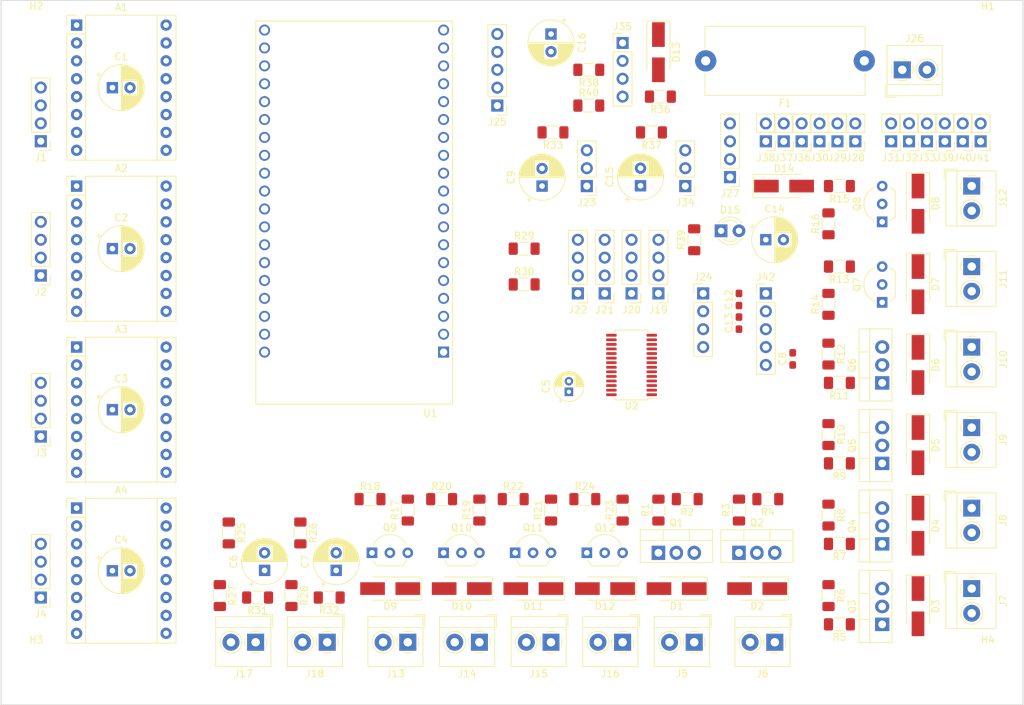
<source format=kicad_pcb>
(kicad_pcb (version 20171130) (host pcbnew "(5.1.10)-1")
  (layers (0 F.Cu signal) (31 B.Cu signal) (34 B.Paste user) (35 F.Paste user) (36 B.SilkS user) (37 F.SilkS user) (38 B.Mask user) (39 F.Mask user) (44 Edge.Cuts user))
  (net 0 "")
  (net 1 DIR0)
  (net 2 +24V)
  (net 3 STEP0)
  (net 4 GND)
  (net 5 stepperON)
  (net 6 "Net-(A1-Pad6)")
  (net 7 "Net-(A1-Pad5)")
  (net 8 "Net-(A1-Pad12)")
  (net 9 "Net-(A1-Pad4)")
  (net 10 "Net-(A1-Pad11)")
  (net 11 "Net-(A1-Pad3)")
  (net 12 "Net-(A1-Pad10)")
  (net 13 stepperErr)
  (net 14 "Net-(A1-Pad9)")
  (net 15 DIR1)
  (net 16 STEP1)
  (net 17 "Net-(A2-Pad6)")
  (net 18 "Net-(A2-Pad5)")
  (net 19 "Net-(A2-Pad12)")
  (net 20 "Net-(A2-Pad4)")
  (net 21 "Net-(A2-Pad11)")
  (net 22 "Net-(A2-Pad3)")
  (net 23 "Net-(A2-Pad10)")
  (net 24 "Net-(A2-Pad9)")
  (net 25 DIR2)
  (net 26 STEP2)
  (net 27 "Net-(A3-Pad6)")
  (net 28 "Net-(A3-Pad5)")
  (net 29 "Net-(A3-Pad12)")
  (net 30 "Net-(A3-Pad4)")
  (net 31 "Net-(A3-Pad11)")
  (net 32 "Net-(A3-Pad3)")
  (net 33 "Net-(A3-Pad10)")
  (net 34 "Net-(A3-Pad9)")
  (net 35 DIR3)
  (net 36 STEP3)
  (net 37 "Net-(A4-Pad6)")
  (net 38 "Net-(A4-Pad5)")
  (net 39 "Net-(A4-Pad12)")
  (net 40 "Net-(A4-Pad4)")
  (net 41 "Net-(A4-Pad11)")
  (net 42 "Net-(A4-Pad3)")
  (net 43 "Net-(A4-Pad10)")
  (net 44 "Net-(A4-Pad9)")
  (net 45 +5V)
  (net 46 tempMeasure0)
  (net 47 tempMeasure1)
  (net 48 button)
  (net 49 +3V3)
  (net 50 hallmeasure0)
  (net 51 AO)
  (net 52 DT)
  (net 53 encb)
  (net 54 enca)
  (net 55 hallmeasure1)
  (net 56 reflectivesensor0)
  (net 57 "Net-(D1-Pad2)")
  (net 58 "Net-(D2-Pad2)")
  (net 59 "Net-(D3-Pad2)")
  (net 60 "Net-(D4-Pad2)")
  (net 61 "Net-(D5-Pad2)")
  (net 62 "Net-(D6-Pad2)")
  (net 63 "Net-(D7-Pad2)")
  (net 64 "Net-(D8-Pad2)")
  (net 65 "Net-(D9-Pad2)")
  (net 66 "Net-(D10-Pad2)")
  (net 67 "Net-(D11-Pad2)")
  (net 68 "Net-(D12-Pad2)")
  (net 69 "Net-(D15-Pad1)")
  (net 70 "Net-(F1-Pad1)")
  (net 71 "Net-(J17-Pad2)")
  (net 72 "Net-(J18-Pad2)")
  (net 73 SDA)
  (net 74 SCL)
  (net 75 "Net-(J23-Pad3)")
  (net 76 SCK)
  (net 77 SI)
  (net 78 CLK)
  (net 79 "Net-(J27-Pad4)")
  (net 80 "Net-(J34-Pad3)")
  (net 81 "Net-(J35-Pad4)")
  (net 82 "Net-(J35-Pad3)")
  (net 83 "Net-(Q1-Pad1)")
  (net 84 "Net-(Q2-Pad1)")
  (net 85 "Net-(Q3-Pad1)")
  (net 86 "Net-(Q4-Pad1)")
  (net 87 "Net-(Q5-Pad1)")
  (net 88 "Net-(Q6-Pad1)")
  (net 89 "Net-(Q7-Pad2)")
  (net 90 "Net-(Q8-Pad2)")
  (net 91 "Net-(Q9-Pad2)")
  (net 92 "Net-(Q10-Pad2)")
  (net 93 "Net-(Q11-Pad2)")
  (net 94 "Net-(Q12-Pad2)")
  (net 95 24VDC_output0)
  (net 96 24VDC_output1)
  (net 97 24VDC_output2)
  (net 98 24VDC_output3)
  (net 99 24VDC_output4)
  (net 100 24VDC_output5)
  (net 101 5VDC_output0)
  (net 102 "Net-(R25-Pad1)")
  (net 103 "Net-(R26-Pad1)")
  (net 104 LEDcon0)
  (net 105 "Net-(U1-Pad38)")
  (net 106 "Net-(U1-Pad37)")
  (net 107 "Net-(U1-Pad36)")
  (net 108 "Net-(U1-Pad26)")
  (net 109 "Net-(U1-Pad24)")
  (net 110 "Net-(U1-Pad23)")
  (net 111 "Net-(U1-Pad20)")
  (net 112 "Net-(U1-Pad18)")
  (net 113 "Net-(U1-Pad17)")
  (net 114 "Net-(U1-Pad16)")
  (net 115 OE)
  (net 116 "Net-(U1-Pad2)")
  (net 117 "Net-(U2-Pad22)")
  (net 118 5VDC_output3)
  (net 119 5VDC_output2)
  (net 120 5VDC_output1)
  (net 121 5VDC_output4)
  (net 122 5VDC_output5)
  (module MountingHole:MountingHole_3.2mm_M3 (layer F.Cu) (at 175 108)
    (fp_text reference H4 (at 0 -4.2) (layer F.SilkS))
    (fp_text value MountingHole)
    (pad 1 np_thru_hole circle (at 0 0) (size 3.2 3.2) (drill 3.2) (layers *.Cu *.Mask))
  )
  (module MountingHole:MountingHole_3.2mm_M3 (layer F.Cu) (at 40 108)
    (fp_text reference H3 (at 0 -4.2) (layer F.SilkS))
    (fp_text value MountingHole)
    (pad 1 np_thru_hole circle (at 0 0) (size 3.2 3.2) (drill 3.2) (layers *.Cu *.Mask))
  )
  (module MountingHole:MountingHole_3.2mm_M3 (layer F.Cu) (at 40 18)
    (fp_text reference H2 (at 0 -4.2) (layer F.SilkS))
    (fp_text value MountingHole)
    (pad 1 np_thru_hole circle (at 0 0) (size 3.2 3.2) (drill 3.2) (layers *.Cu *.Mask))
  )
  (module MountingHole:MountingHole_3.2mm_M3 (layer F.Cu) (at 175 18)
    (fp_text reference H1 (at 0 -4.2) (layer F.SilkS))
    (fp_text value MountingHole)
    (pad 1 np_thru_hole circle (at 0 0) (size 3.2 3.2) (drill 3.2) (layers *.Cu *.Mask))
  )
  (module Connector_PinHeader_2.54mm:PinHeader_1x05_P2.54mm_Vertical (layer F.Cu) (at 143.51 54.61)
    (fp_text reference J42 (at 0 -2.33) (layer F.SilkS))
    (fp_text value Conn_01x05_Male)
    (pad 5 thru_hole oval (at 0 10.16) (size 1.7 1.7) (drill 1) (layers *.Cu *.Mask) (net 48 button))
    (pad 4 thru_hole oval (at 0 7.62) (size 1.7 1.7) (drill 1) (layers *.Cu *.Mask) (net 49 +3V3))
    (pad 3 thru_hole oval (at 0 5.08) (size 1.7 1.7) (drill 1) (layers *.Cu *.Mask) (net 53 encb))
    (pad 2 thru_hole oval (at 0 2.54) (size 1.7 1.7) (drill 1) (layers *.Cu *.Mask) (net 4 GND))
    (pad 1 thru_hole rect (at 0 0) (size 1.7 1.7) (drill 1) (layers *.Cu *.Mask) (net 54 enca))
  )
  (module Diode_SMD:D_SMA_Handsoldering (layer F.Cu) (at 146.09 39.37)
    (fp_text reference D14 (at 0 -2.5) (layer F.SilkS))
    (fp_text value 1N4007)
    (pad 2 smd rect (at 2.5 0) (size 3.5 1.8) (layers F.Cu F.Paste F.Mask) (net 4 GND))
    (pad 1 smd rect (at -2.5 0) (size 3.5 1.8) (layers F.Cu F.Paste F.Mask) (net 45 +5V))
  )
  (module Diode_SMD:D_SMA_Handsoldering (layer F.Cu) (at 128.27 20.36 270)
    (fp_text reference D13 (at 0 -2.5 90) (layer F.SilkS))
    (fp_text value 1N4007)
    (pad 2 smd rect (at 2.5 0 270) (size 3.5 1.8) (layers F.Cu F.Paste F.Mask) (net 4 GND))
    (pad 1 smd rect (at -2.5 0 270) (size 3.5 1.8) (layers F.Cu F.Paste F.Mask) (net 2 +24V))
  )
  (module Diode_SMD:D_SMA_Handsoldering (layer F.Cu) (at 120.69 96.52 180)
    (fp_text reference D12 (at 0 -2.5) (layer F.SilkS))
    (fp_text value 1N4007)
    (pad 2 smd rect (at 2.5 0 180) (size 3.5 1.8) (layers F.Cu F.Paste F.Mask) (net 68 "Net-(D12-Pad2)"))
    (pad 1 smd rect (at -2.5 0 180) (size 3.5 1.8) (layers F.Cu F.Paste F.Mask) (net 45 +5V))
  )
  (module Diode_SMD:D_SMA_Handsoldering (layer F.Cu) (at 110.53 96.52 180)
    (fp_text reference D11 (at 0 -2.5) (layer F.SilkS))
    (fp_text value 1N4007)
    (pad 2 smd rect (at 2.5 0 180) (size 3.5 1.8) (layers F.Cu F.Paste F.Mask) (net 67 "Net-(D11-Pad2)"))
    (pad 1 smd rect (at -2.5 0 180) (size 3.5 1.8) (layers F.Cu F.Paste F.Mask) (net 45 +5V))
  )
  (module Diode_SMD:D_SMA_Handsoldering (layer F.Cu) (at 100.37 96.52 180)
    (fp_text reference D10 (at 0 -2.5) (layer F.SilkS))
    (fp_text value 1N4007)
    (pad 2 smd rect (at 2.5 0 180) (size 3.5 1.8) (layers F.Cu F.Paste F.Mask) (net 66 "Net-(D10-Pad2)"))
    (pad 1 smd rect (at -2.5 0 180) (size 3.5 1.8) (layers F.Cu F.Paste F.Mask) (net 45 +5V))
  )
  (module Diode_SMD:D_SMA_Handsoldering (layer F.Cu) (at 90.21 96.52 180)
    (fp_text reference D9 (at 0 -2.5) (layer F.SilkS))
    (fp_text value 1N4007)
    (pad 2 smd rect (at 2.5 0 180) (size 3.5 1.8) (layers F.Cu F.Paste F.Mask) (net 65 "Net-(D9-Pad2)"))
    (pad 1 smd rect (at -2.5 0 180) (size 3.5 1.8) (layers F.Cu F.Paste F.Mask) (net 45 +5V))
  )
  (module Diode_SMD:D_SMA_Handsoldering (layer F.Cu) (at 165.1 41.87 270)
    (fp_text reference D8 (at 0 -2.5 90) (layer F.SilkS))
    (fp_text value 1N4007)
    (pad 2 smd rect (at 2.5 0 270) (size 3.5 1.8) (layers F.Cu F.Paste F.Mask) (net 64 "Net-(D8-Pad2)"))
    (pad 1 smd rect (at -2.5 0 270) (size 3.5 1.8) (layers F.Cu F.Paste F.Mask) (net 45 +5V))
  )
  (module Diode_SMD:D_SMA_Handsoldering (layer F.Cu) (at 165.1 53.3 270)
    (fp_text reference D7 (at 0 -2.5 90) (layer F.SilkS))
    (fp_text value 1N4007)
    (pad 2 smd rect (at 2.5 0 270) (size 3.5 1.8) (layers F.Cu F.Paste F.Mask) (net 63 "Net-(D7-Pad2)"))
    (pad 1 smd rect (at -2.5 0 270) (size 3.5 1.8) (layers F.Cu F.Paste F.Mask) (net 45 +5V))
  )
  (module Diode_SMD:D_SMA_Handsoldering (layer F.Cu) (at 165.1 64.77 270)
    (fp_text reference D6 (at 0 -2.5 90) (layer F.SilkS))
    (fp_text value 1N4007)
    (pad 2 smd rect (at 2.5 0 270) (size 3.5 1.8) (layers F.Cu F.Paste F.Mask) (net 62 "Net-(D6-Pad2)"))
    (pad 1 smd rect (at -2.5 0 270) (size 3.5 1.8) (layers F.Cu F.Paste F.Mask) (net 2 +24V))
  )
  (module Diode_SMD:D_SMA_Handsoldering (layer F.Cu) (at 165.1 76.16 270)
    (fp_text reference D5 (at 0 -2.5 90) (layer F.SilkS))
    (fp_text value 1N4007)
    (pad 2 smd rect (at 2.5 0 270) (size 3.5 1.8) (layers F.Cu F.Paste F.Mask) (net 61 "Net-(D5-Pad2)"))
    (pad 1 smd rect (at -2.5 0 270) (size 3.5 1.8) (layers F.Cu F.Paste F.Mask) (net 2 +24V))
  )
  (module Diode_SMD:D_SMA_Handsoldering (layer F.Cu) (at 165.1 87.59 270)
    (fp_text reference D4 (at 0 -2.5 90) (layer F.SilkS))
    (fp_text value 1N4007)
    (pad 2 smd rect (at 2.5 0 270) (size 3.5 1.8) (layers F.Cu F.Paste F.Mask) (net 60 "Net-(D4-Pad2)"))
    (pad 1 smd rect (at -2.5 0 270) (size 3.5 1.8) (layers F.Cu F.Paste F.Mask) (net 2 +24V))
  )
  (module Diode_SMD:D_SMA_Handsoldering (layer F.Cu) (at 165.1 99.02 270)
    (fp_text reference D3 (at 0 -2.5 90) (layer F.SilkS))
    (fp_text value 1N4007)
    (pad 1 smd rect (at -2.5 0 270) (size 3.5 1.8) (layers F.Cu F.Paste F.Mask) (net 2 +24V))
    (pad 2 smd rect (at 2.5 0 270) (size 3.5 1.8) (layers F.Cu F.Paste F.Mask) (net 59 "Net-(D3-Pad2)"))
  )
  (module Diode_SMD:D_SMA_Handsoldering (layer F.Cu) (at 142.28 96.52 180)
    (fp_text reference D2 (at 0 -2.5) (layer F.SilkS))
    (fp_text value 1N4007)
    (pad 2 smd rect (at 2.5 0 180) (size 3.5 1.8) (layers F.Cu F.Paste F.Mask) (net 58 "Net-(D2-Pad2)"))
    (pad 1 smd rect (at -2.5 0 180) (size 3.5 1.8) (layers F.Cu F.Paste F.Mask) (net 2 +24V))
  )
  (module Diode_SMD:D_SMA_Handsoldering (layer F.Cu) (at 130.85 96.52 180)
    (fp_text reference D1 (at 0 -2.5) (layer F.SilkS))
    (fp_text value 1N4007)
    (pad 2 smd rect (at 2.5 0 180) (size 3.5 1.8) (layers F.Cu F.Paste F.Mask) (net 57 "Net-(D1-Pad2)"))
    (pad 1 smd rect (at -2.5 0 180) (size 3.5 1.8) (layers F.Cu F.Paste F.Mask) (net 2 +24V))
  )
  (module Package_SO:TSSOP-28_4.4x9.7mm_P0.65mm (layer F.Cu) (at 124.46 64.77 180)
    (fp_text reference U2 (at 0 -5.8) (layer F.SilkS))
    (fp_text value PCA9685PW)
    (pad 28 smd roundrect (at 2.8625 -4.225 180) (size 1.475 0.4) (layers F.Cu F.Paste F.Mask) (net 45 +5V))
    (pad 27 smd roundrect (at 2.8625 -3.575 180) (size 1.475 0.4) (layers F.Cu F.Paste F.Mask) (net 73 SDA))
    (pad 26 smd roundrect (at 2.8625 -2.925 180) (size 1.475 0.4) (layers F.Cu F.Paste F.Mask) (net 74 SCL))
    (pad 25 smd roundrect (at 2.8625 -2.275 180) (size 1.475 0.4) (layers F.Cu F.Paste F.Mask) (net 4 GND))
    (pad 24 smd roundrect (at 2.8625 -1.625 180) (size 1.475 0.4) (layers F.Cu F.Paste F.Mask) (net 4 GND))
    (pad 23 smd roundrect (at 2.8625 -0.975 180) (size 1.475 0.4) (layers F.Cu F.Paste F.Mask) (net 115 OE))
    (pad 22 smd roundrect (at 2.8625 -0.325 180) (size 1.475 0.4) (layers F.Cu F.Paste F.Mask) (net 117 "Net-(U2-Pad22)"))
    (pad 21 smd roundrect (at 2.8625 0.325 180) (size 1.475 0.4) (layers F.Cu F.Paste F.Mask) (net 104 LEDcon0))
    (pad 20 smd roundrect (at 2.8625 0.975 180) (size 1.475 0.4) (layers F.Cu F.Paste F.Mask) (net 13 stepperErr))
    (pad 19 smd roundrect (at 2.8625 1.625 180) (size 1.475 0.4) (layers F.Cu F.Paste F.Mask) (net 5 stepperON))
    (pad 18 smd roundrect (at 2.8625 2.275 180) (size 1.475 0.4) (layers F.Cu F.Paste F.Mask) (net 122 5VDC_output5))
    (pad 17 smd roundrect (at 2.8625 2.925 180) (size 1.475 0.4) (layers F.Cu F.Paste F.Mask) (net 121 5VDC_output4))
    (pad 16 smd roundrect (at 2.8625 3.575 180) (size 1.475 0.4) (layers F.Cu F.Paste F.Mask) (net 118 5VDC_output3))
    (pad 15 smd roundrect (at 2.8625 4.225 180) (size 1.475 0.4) (layers F.Cu F.Paste F.Mask) (net 119 5VDC_output2))
    (pad 14 smd roundrect (at -2.8625 4.225 180) (size 1.475 0.4) (layers F.Cu F.Paste F.Mask) (net 4 GND))
    (pad 13 smd roundrect (at -2.8625 3.575 180) (size 1.475 0.4) (layers F.Cu F.Paste F.Mask) (net 120 5VDC_output1))
    (pad 12 smd roundrect (at -2.8625 2.925 180) (size 1.475 0.4) (layers F.Cu F.Paste F.Mask) (net 101 5VDC_output0))
    (pad 11 smd roundrect (at -2.8625 2.275 180) (size 1.475 0.4) (layers F.Cu F.Paste F.Mask) (net 100 24VDC_output5))
    (pad 10 smd roundrect (at -2.8625 1.625 180) (size 1.475 0.4) (layers F.Cu F.Paste F.Mask) (net 99 24VDC_output4))
    (pad 9 smd roundrect (at -2.8625 0.975 180) (size 1.475 0.4) (layers F.Cu F.Paste F.Mask) (net 98 24VDC_output3))
    (pad 8 smd roundrect (at -2.8625 0.325 180) (size 1.475 0.4) (layers F.Cu F.Paste F.Mask) (net 97 24VDC_output2))
    (pad 7 smd roundrect (at -2.8625 -0.325 180) (size 1.475 0.4) (layers F.Cu F.Paste F.Mask) (net 96 24VDC_output1))
    (pad 6 smd roundrect (at -2.8625 -0.975 180) (size 1.475 0.4) (layers F.Cu F.Paste F.Mask) (net 95 24VDC_output0))
    (pad 5 smd roundrect (at -2.8625 -1.625 180) (size 1.475 0.4) (layers F.Cu F.Paste F.Mask) (net 4 GND))
    (pad 4 smd roundrect (at -2.8625 -2.275 180) (size 1.475 0.4) (layers F.Cu F.Paste F.Mask) (net 4 GND))
    (pad 3 smd roundrect (at -2.8625 -2.925 180) (size 1.475 0.4) (layers F.Cu F.Paste F.Mask) (net 4 GND))
    (pad 2 smd roundrect (at -2.8625 -3.575 180) (size 1.475 0.4) (layers F.Cu F.Paste F.Mask) (net 4 GND))
    (pad 1 smd roundrect (at -2.8625 -4.225 180) (size 1.475 0.4) (layers F.Cu F.Paste F.Mask) (net 4 GND))
  )
  (module ESP32-DEVKITC-32D:MODULE_ESP32-DEVKITC-32D (layer F.Cu) (at 85.09 43.18 180)
    (fp_text reference U1 (at -10.829175 -28.446045) (layer F.SilkS) (effects (font (size 1.000386 1.000386))))
    (fp_text value ESP32-DEVKITC-32D)
    (pad 38 thru_hole circle (at 12.7 25.96 180) (size 1.56 1.56) (drill 1.04) (layers *.Cu *.Mask) (net 105 "Net-(U1-Pad38)"))
    (pad 37 thru_hole circle (at 12.7 23.42 180) (size 1.56 1.56) (drill 1.04) (layers *.Cu *.Mask) (net 106 "Net-(U1-Pad37)"))
    (pad 36 thru_hole circle (at 12.7 20.88 180) (size 1.56 1.56) (drill 1.04) (layers *.Cu *.Mask) (net 107 "Net-(U1-Pad36)"))
    (pad 35 thru_hole circle (at 12.7 18.34 180) (size 1.56 1.56) (drill 1.04) (layers *.Cu *.Mask) (net 103 "Net-(R26-Pad1)"))
    (pad 34 thru_hole circle (at 12.7 15.8 180) (size 1.56 1.56) (drill 1.04) (layers *.Cu *.Mask) (net 56 reflectivesensor0))
    (pad 33 thru_hole circle (at 12.7 13.26 180) (size 1.56 1.56) (drill 1.04) (layers *.Cu *.Mask) (net 1 DIR0))
    (pad 32 thru_hole circle (at 12.7 10.72 180) (size 1.56 1.56) (drill 1.04) (layers *.Cu *.Mask) (net 77 SI))
    (pad 31 thru_hole circle (at 12.7 8.18 180) (size 1.56 1.56) (drill 1.04) (layers *.Cu *.Mask) (net 54 enca))
    (pad 30 thru_hole circle (at 12.7 5.64 180) (size 1.56 1.56) (drill 1.04) (layers *.Cu *.Mask) (net 16 STEP1))
    (pad 29 thru_hole circle (at 12.7 3.1 180) (size 1.56 1.56) (drill 1.04) (layers *.Cu *.Mask) (net 3 STEP0))
    (pad 28 thru_hole circle (at 12.7 0.56 180) (size 1.56 1.56) (drill 1.04) (layers *.Cu *.Mask) (net 78 CLK))
    (pad 27 thru_hole circle (at 12.7 -1.98 180) (size 1.56 1.56) (drill 1.04) (layers *.Cu *.Mask) (net 25 DIR2))
    (pad 26 thru_hole circle (at 12.7 -4.52 180) (size 1.56 1.56) (drill 1.04) (layers *.Cu *.Mask) (net 108 "Net-(U1-Pad26)"))
    (pad 25 thru_hole circle (at 12.7 -7.06 180) (size 1.56 1.56) (drill 1.04) (layers *.Cu *.Mask) (net 73 SDA))
    (pad 24 thru_hole circle (at 12.7 -9.6 180) (size 1.56 1.56) (drill 1.04) (layers *.Cu *.Mask) (net 109 "Net-(U1-Pad24)"))
    (pad 23 thru_hole circle (at 12.7 -12.14 180) (size 1.56 1.56) (drill 1.04) (layers *.Cu *.Mask) (net 110 "Net-(U1-Pad23)"))
    (pad 22 thru_hole circle (at 12.7 -14.68 180) (size 1.56 1.56) (drill 1.04) (layers *.Cu *.Mask) (net 74 SCL))
    (pad 21 thru_hole circle (at 12.7 -17.22 180) (size 1.56 1.56) (drill 1.04) (layers *.Cu *.Mask) (net 26 STEP2))
    (pad 20 thru_hole circle (at 12.7 -19.76 180) (size 1.56 1.56) (drill 1.04) (layers *.Cu *.Mask) (net 111 "Net-(U1-Pad20)"))
    (pad 18 thru_hole circle (at -12.7 23.42 180) (size 1.56 1.56) (drill 1.04) (layers *.Cu *.Mask) (net 112 "Net-(U1-Pad18)"))
    (pad 17 thru_hole circle (at -12.7 20.88 180) (size 1.56 1.56) (drill 1.04) (layers *.Cu *.Mask) (net 113 "Net-(U1-Pad17)"))
    (pad 16 thru_hole circle (at -12.7 18.34 180) (size 1.56 1.56) (drill 1.04) (layers *.Cu *.Mask) (net 114 "Net-(U1-Pad16)"))
    (pad 15 thru_hole circle (at -12.7 15.8 180) (size 1.56 1.56) (drill 1.04) (layers *.Cu *.Mask) (net 55 hallmeasure1))
    (pad 14 thru_hole circle (at -12.7 13.26 180) (size 1.56 1.56) (drill 1.04) (layers *.Cu *.Mask) (net 4 GND))
    (pad 13 thru_hole circle (at -12.7 10.72 180) (size 1.56 1.56) (drill 1.04) (layers *.Cu *.Mask) (net 15 DIR1))
    (pad 12 thru_hole circle (at -12.7 8.18 180) (size 1.56 1.56) (drill 1.04) (layers *.Cu *.Mask) (net 102 "Net-(R25-Pad1)"))
    (pad 11 thru_hole circle (at -12.7 5.64 180) (size 1.56 1.56) (drill 1.04) (layers *.Cu *.Mask) (net 36 STEP3))
    (pad 10 thru_hole circle (at -12.7 3.1 180) (size 1.56 1.56) (drill 1.04) (layers *.Cu *.Mask) (net 35 DIR3))
    (pad 9 thru_hole circle (at -12.7 0.56 180) (size 1.56 1.56) (drill 1.04) (layers *.Cu *.Mask) (net 115 OE))
    (pad 8 thru_hole circle (at -12.7 -1.98 180) (size 1.56 1.56) (drill 1.04) (layers *.Cu *.Mask) (net 76 SCK))
    (pad 7 thru_hole circle (at -12.7 -4.52 180) (size 1.56 1.56) (drill 1.04) (layers *.Cu *.Mask) (net 52 DT))
    (pad 6 thru_hole circle (at -12.7 -7.06 180) (size 1.56 1.56) (drill 1.04) (layers *.Cu *.Mask) (net 51 AO))
    (pad 5 thru_hole circle (at -12.7 -9.6 180) (size 1.56 1.56) (drill 1.04) (layers *.Cu *.Mask) (net 48 button))
    (pad 4 thru_hole circle (at -12.7 -12.14 180) (size 1.56 1.56) (drill 1.04) (layers *.Cu *.Mask) (net 53 encb))
    (pad 3 thru_hole circle (at -12.7 -14.68 180) (size 1.56 1.56) (drill 1.04) (layers *.Cu *.Mask) (net 50 hallmeasure0))
    (pad 19 thru_hole circle (at -12.7 25.96 180) (size 1.56 1.56) (drill 1.04) (layers *.Cu *.Mask) (net 45 +5V))
    (pad 2 thru_hole circle (at -12.7 -17.22 180) (size 1.56 1.56) (drill 1.04) (layers *.Cu *.Mask) (net 116 "Net-(U1-Pad2)"))
    (pad 1 thru_hole rect (at -12.7 -19.76 180) (size 1.56 1.56) (drill 1.04) (layers *.Cu *.Mask) (net 49 +3V3))
  )
  (module Resistor_SMD:R_1206_3216Metric_Pad1.30x1.75mm_HandSolder (layer F.Cu) (at 118.39 27.94)
    (fp_text reference R40 (at 0 -1.82) (layer F.SilkS))
    (fp_text value 100k)
    (pad 2 smd roundrect (at 1.55 0) (size 1.3 1.75) (layers F.Cu F.Paste F.Mask) (roundrect_rratio 0.192308) (net 82 "Net-(J35-Pad3)"))
    (pad 1 smd roundrect (at -1.55 0) (size 1.3 1.75) (layers F.Cu F.Paste F.Mask) (roundrect_rratio 0.192308) (net 49 +3V3))
  )
  (module Resistor_SMD:R_1206_3216Metric_Pad1.30x1.75mm_HandSolder (layer F.Cu) (at 133.35 46.99 90)
    (fp_text reference R39 (at 0 -1.82 90) (layer F.SilkS))
    (fp_text value 150R)
    (pad 2 smd roundrect (at 1.55 0 90) (size 1.3 1.75) (layers F.Cu F.Paste F.Mask) (roundrect_rratio 0.192308) (net 4 GND))
    (pad 1 smd roundrect (at -1.55 0 90) (size 1.3 1.75) (layers F.Cu F.Paste F.Mask) (roundrect_rratio 0.192308) (net 69 "Net-(D15-Pad1)"))
  )
  (module Resistor_SMD:R_1206_3216Metric_Pad1.30x1.75mm_HandSolder (layer F.Cu) (at 118.39 22.86 180)
    (fp_text reference R38 (at 0 -1.82) (layer F.SilkS))
    (fp_text value 10k)
    (pad 2 smd roundrect (at 1.55 0 180) (size 1.3 1.75) (layers F.Cu F.Paste F.Mask) (roundrect_rratio 0.192308) (net 56 reflectivesensor0))
    (pad 1 smd roundrect (at -1.55 0 180) (size 1.3 1.75) (layers F.Cu F.Paste F.Mask) (roundrect_rratio 0.192308) (net 82 "Net-(J35-Pad3)"))
  )
  (module Resistor_SMD:R_1206_3216Metric_Pad1.30x1.75mm_HandSolder (layer F.Cu) (at 127.28 31.75 180)
    (fp_text reference R37 (at 0 -1.82) (layer F.SilkS))
    (fp_text value 10k)
    (pad 2 smd roundrect (at 1.55 0 180) (size 1.3 1.75) (layers F.Cu F.Paste F.Mask) (roundrect_rratio 0.192308) (net 55 hallmeasure1))
    (pad 1 smd roundrect (at -1.55 0 180) (size 1.3 1.75) (layers F.Cu F.Paste F.Mask) (roundrect_rratio 0.192308) (net 80 "Net-(J34-Pad3)"))
  )
  (module Resistor_SMD:R_1206_3216Metric_Pad1.30x1.75mm_HandSolder (layer F.Cu) (at 128.55 26.67 180)
    (fp_text reference R36 (at 0 -1.82) (layer F.SilkS))
    (fp_text value 100R)
    (pad 2 smd roundrect (at 1.55 0 180) (size 1.3 1.75) (layers F.Cu F.Paste F.Mask) (roundrect_rratio 0.192308) (net 81 "Net-(J35-Pad4)"))
    (pad 1 smd roundrect (at -1.55 0 180) (size 1.3 1.75) (layers F.Cu F.Paste F.Mask) (roundrect_rratio 0.192308) (net 104 LEDcon0))
  )
  (module Resistor_SMD:R_1206_3216Metric_Pad1.30x1.75mm_HandSolder (layer F.Cu) (at 113.31 31.75 180)
    (fp_text reference R33 (at 0 -1.82) (layer F.SilkS))
    (fp_text value 10k)
    (pad 2 smd roundrect (at 1.55 0 180) (size 1.3 1.75) (layers F.Cu F.Paste F.Mask) (roundrect_rratio 0.192308) (net 50 hallmeasure0))
    (pad 1 smd roundrect (at -1.55 0 180) (size 1.3 1.75) (layers F.Cu F.Paste F.Mask) (roundrect_rratio 0.192308) (net 75 "Net-(J23-Pad3)"))
  )
  (module Resistor_SMD:R_1206_3216Metric_Pad1.30x1.75mm_HandSolder (layer F.Cu) (at 81.56 97.79 180)
    (fp_text reference R32 (at 0 -1.82) (layer F.SilkS))
    (fp_text value 10k)
    (pad 2 smd roundrect (at 1.55 0 180) (size 1.3 1.75) (layers F.Cu F.Paste F.Mask) (roundrect_rratio 0.192308) (net 72 "Net-(J18-Pad2)"))
    (pad 1 smd roundrect (at -1.55 0 180) (size 1.3 1.75) (layers F.Cu F.Paste F.Mask) (roundrect_rratio 0.192308) (net 47 tempMeasure1))
  )
  (module Resistor_SMD:R_1206_3216Metric_Pad1.30x1.75mm_HandSolder (layer F.Cu) (at 71.4 97.79 180)
    (fp_text reference R31 (at 0 -1.82) (layer F.SilkS))
    (fp_text value 10k)
    (pad 2 smd roundrect (at 1.55 0 180) (size 1.3 1.75) (layers F.Cu F.Paste F.Mask) (roundrect_rratio 0.192308) (net 71 "Net-(J17-Pad2)"))
    (pad 1 smd roundrect (at -1.55 0 180) (size 1.3 1.75) (layers F.Cu F.Paste F.Mask) (roundrect_rratio 0.192308) (net 46 tempMeasure0))
  )
  (module Resistor_SMD:R_1206_3216Metric_Pad1.30x1.75mm_HandSolder (layer F.Cu) (at 109.22 53.34)
    (fp_text reference R30 (at 0 -1.82) (layer F.SilkS))
    (fp_text value 10K)
    (pad 2 smd roundrect (at 1.55 0) (size 1.3 1.75) (layers F.Cu F.Paste F.Mask) (roundrect_rratio 0.192308) (net 74 SCL))
    (pad 1 smd roundrect (at -1.55 0) (size 1.3 1.75) (layers F.Cu F.Paste F.Mask) (roundrect_rratio 0.192308) (net 49 +3V3))
  )
  (module Resistor_SMD:R_1206_3216Metric_Pad1.30x1.75mm_HandSolder (layer F.Cu) (at 109.22 48.26)
    (fp_text reference R29 (at 0 -1.82) (layer F.SilkS))
    (fp_text value 10K)
    (pad 2 smd roundrect (at 1.55 0) (size 1.3 1.75) (layers F.Cu F.Paste F.Mask) (roundrect_rratio 0.192308) (net 73 SDA))
    (pad 1 smd roundrect (at -1.55 0) (size 1.3 1.75) (layers F.Cu F.Paste F.Mask) (roundrect_rratio 0.192308) (net 49 +3V3))
  )
  (module Resistor_SMD:R_1206_3216Metric_Pad1.30x1.75mm_HandSolder (layer F.Cu) (at 76.2 97.51 270)
    (fp_text reference R28 (at 0 -1.82 90) (layer F.SilkS))
    (fp_text value 100k)
    (pad 2 smd roundrect (at 1.55 0 270) (size 1.3 1.75) (layers F.Cu F.Paste F.Mask) (roundrect_rratio 0.192308) (net 72 "Net-(J18-Pad2)"))
    (pad 1 smd roundrect (at -1.55 0 270) (size 1.3 1.75) (layers F.Cu F.Paste F.Mask) (roundrect_rratio 0.192308) (net 49 +3V3))
  )
  (module Resistor_SMD:R_1206_3216Metric_Pad1.30x1.75mm_HandSolder (layer F.Cu) (at 66.04 97.51 270)
    (fp_text reference R27 (at 0 -1.82 90) (layer F.SilkS))
    (fp_text value 100k)
    (pad 2 smd roundrect (at 1.55 0 270) (size 1.3 1.75) (layers F.Cu F.Paste F.Mask) (roundrect_rratio 0.192308) (net 71 "Net-(J17-Pad2)"))
    (pad 1 smd roundrect (at -1.55 0 270) (size 1.3 1.75) (layers F.Cu F.Paste F.Mask) (roundrect_rratio 0.192308) (net 49 +3V3))
  )
  (module Resistor_SMD:R_1206_3216Metric_Pad1.30x1.75mm_HandSolder (layer F.Cu) (at 77.47 88.62 270)
    (fp_text reference R26 (at 0 -1.82 90) (layer F.SilkS))
    (fp_text value 330R)
    (pad 2 smd roundrect (at 1.55 0 270) (size 1.3 1.75) (layers F.Cu F.Paste F.Mask) (roundrect_rratio 0.192308) (net 47 tempMeasure1))
    (pad 1 smd roundrect (at -1.55 0 270) (size 1.3 1.75) (layers F.Cu F.Paste F.Mask) (roundrect_rratio 0.192308) (net 103 "Net-(R26-Pad1)"))
  )
  (module Resistor_SMD:R_1206_3216Metric_Pad1.30x1.75mm_HandSolder (layer F.Cu) (at 67.31 88.62 270)
    (fp_text reference R25 (at 0 -1.82 90) (layer F.SilkS))
    (fp_text value 330R)
    (pad 2 smd roundrect (at 1.55 0 270) (size 1.3 1.75) (layers F.Cu F.Paste F.Mask) (roundrect_rratio 0.192308) (net 46 tempMeasure0))
    (pad 1 smd roundrect (at -1.55 0 270) (size 1.3 1.75) (layers F.Cu F.Paste F.Mask) (roundrect_rratio 0.192308) (net 102 "Net-(R25-Pad1)"))
  )
  (module Resistor_SMD:R_1206_3216Metric_Pad1.30x1.75mm_HandSolder (layer F.Cu) (at 117.83 83.82)
    (fp_text reference R24 (at 0 -1.82) (layer F.SilkS))
    (fp_text value 10k)
    (pad 2 smd roundrect (at 1.55 0) (size 1.3 1.75) (layers F.Cu F.Paste F.Mask) (roundrect_rratio 0.192308) (net 122 5VDC_output5))
    (pad 1 smd roundrect (at -1.55 0) (size 1.3 1.75) (layers F.Cu F.Paste F.Mask) (roundrect_rratio 0.192308) (net 4 GND))
  )
  (module Resistor_SMD:R_1206_3216Metric_Pad1.30x1.75mm_HandSolder (layer F.Cu) (at 123.19 85.37 90)
    (fp_text reference R23 (at 0 -1.82 90) (layer F.SilkS))
    (fp_text value 3k3)
    (pad 2 smd roundrect (at 1.55 0 90) (size 1.3 1.75) (layers F.Cu F.Paste F.Mask) (roundrect_rratio 0.192308) (net 122 5VDC_output5))
    (pad 1 smd roundrect (at -1.55 0 90) (size 1.3 1.75) (layers F.Cu F.Paste F.Mask) (roundrect_rratio 0.192308) (net 94 "Net-(Q12-Pad2)"))
  )
  (module Resistor_SMD:R_1206_3216Metric_Pad1.30x1.75mm_HandSolder (layer F.Cu) (at 107.67 83.82)
    (fp_text reference R22 (at 0 -1.82) (layer F.SilkS))
    (fp_text value 10k)
    (pad 2 smd roundrect (at 1.55 0) (size 1.3 1.75) (layers F.Cu F.Paste F.Mask) (roundrect_rratio 0.192308) (net 121 5VDC_output4))
    (pad 1 smd roundrect (at -1.55 0) (size 1.3 1.75) (layers F.Cu F.Paste F.Mask) (roundrect_rratio 0.192308) (net 4 GND))
  )
  (module Resistor_SMD:R_1206_3216Metric_Pad1.30x1.75mm_HandSolder (layer F.Cu) (at 113.03 85.37 90)
    (fp_text reference R21 (at 0 -1.82 90) (layer F.SilkS))
    (fp_text value 3k3)
    (pad 2 smd roundrect (at 1.55 0 90) (size 1.3 1.75) (layers F.Cu F.Paste F.Mask) (roundrect_rratio 0.192308) (net 121 5VDC_output4))
    (pad 1 smd roundrect (at -1.55 0 90) (size 1.3 1.75) (layers F.Cu F.Paste F.Mask) (roundrect_rratio 0.192308) (net 93 "Net-(Q11-Pad2)"))
  )
  (module Resistor_SMD:R_1206_3216Metric_Pad1.30x1.75mm_HandSolder (layer F.Cu) (at 97.51 83.82)
    (fp_text reference R20 (at 0 -1.82) (layer F.SilkS))
    (fp_text value 10k)
    (pad 2 smd roundrect (at 1.55 0) (size 1.3 1.75) (layers F.Cu F.Paste F.Mask) (roundrect_rratio 0.192308) (net 118 5VDC_output3))
    (pad 1 smd roundrect (at -1.55 0) (size 1.3 1.75) (layers F.Cu F.Paste F.Mask) (roundrect_rratio 0.192308) (net 4 GND))
  )
  (module Resistor_SMD:R_1206_3216Metric_Pad1.30x1.75mm_HandSolder (layer F.Cu) (at 102.87 85.37 90)
    (fp_text reference R19 (at 0 -1.82 90) (layer F.SilkS))
    (fp_text value 3k3)
    (pad 2 smd roundrect (at 1.55 0 90) (size 1.3 1.75) (layers F.Cu F.Paste F.Mask) (roundrect_rratio 0.192308) (net 118 5VDC_output3))
    (pad 1 smd roundrect (at -1.55 0 90) (size 1.3 1.75) (layers F.Cu F.Paste F.Mask) (roundrect_rratio 0.192308) (net 92 "Net-(Q10-Pad2)"))
  )
  (module Resistor_SMD:R_1206_3216Metric_Pad1.30x1.75mm_HandSolder (layer F.Cu) (at 87.35 83.82)
    (fp_text reference R18 (at 0 -1.82) (layer F.SilkS))
    (fp_text value 10k)
    (pad 2 smd roundrect (at 1.55 0) (size 1.3 1.75) (layers F.Cu F.Paste F.Mask) (roundrect_rratio 0.192308) (net 119 5VDC_output2))
    (pad 1 smd roundrect (at -1.55 0) (size 1.3 1.75) (layers F.Cu F.Paste F.Mask) (roundrect_rratio 0.192308) (net 4 GND))
  )
  (module Resistor_SMD:R_1206_3216Metric_Pad1.30x1.75mm_HandSolder (layer F.Cu) (at 92.71 85.37 90)
    (fp_text reference R17 (at 0 -1.82 90) (layer F.SilkS))
    (fp_text value 3k3)
    (pad 2 smd roundrect (at 1.55 0 90) (size 1.3 1.75) (layers F.Cu F.Paste F.Mask) (roundrect_rratio 0.192308) (net 119 5VDC_output2))
    (pad 1 smd roundrect (at -1.55 0 90) (size 1.3 1.75) (layers F.Cu F.Paste F.Mask) (roundrect_rratio 0.192308) (net 91 "Net-(Q9-Pad2)"))
  )
  (module Resistor_SMD:R_1206_3216Metric_Pad1.30x1.75mm_HandSolder (layer F.Cu) (at 152.4 44.73 90)
    (fp_text reference R16 (at 0 -1.82 90) (layer F.SilkS))
    (fp_text value 10k)
    (pad 2 smd roundrect (at 1.55 0 90) (size 1.3 1.75) (layers F.Cu F.Paste F.Mask) (roundrect_rratio 0.192308) (net 120 5VDC_output1))
    (pad 1 smd roundrect (at -1.55 0 90) (size 1.3 1.75) (layers F.Cu F.Paste F.Mask) (roundrect_rratio 0.192308) (net 4 GND))
  )
  (module Resistor_SMD:R_1206_3216Metric_Pad1.30x1.75mm_HandSolder (layer F.Cu) (at 153.95 39.37 180)
    (fp_text reference R15 (at 0 -1.82) (layer F.SilkS))
    (fp_text value 3k3)
    (pad 2 smd roundrect (at 1.55 0 180) (size 1.3 1.75) (layers F.Cu F.Paste F.Mask) (roundrect_rratio 0.192308) (net 120 5VDC_output1))
    (pad 1 smd roundrect (at -1.55 0 180) (size 1.3 1.75) (layers F.Cu F.Paste F.Mask) (roundrect_rratio 0.192308) (net 90 "Net-(Q8-Pad2)"))
  )
  (module Resistor_SMD:R_1206_3216Metric_Pad1.30x1.75mm_HandSolder (layer F.Cu) (at 152.4 56.16 90)
    (fp_text reference R14 (at 0 -1.82 90) (layer F.SilkS))
    (fp_text value 10k)
    (pad 2 smd roundrect (at 1.55 0 90) (size 1.3 1.75) (layers F.Cu F.Paste F.Mask) (roundrect_rratio 0.192308) (net 101 5VDC_output0))
    (pad 1 smd roundrect (at -1.55 0 90) (size 1.3 1.75) (layers F.Cu F.Paste F.Mask) (roundrect_rratio 0.192308) (net 4 GND))
  )
  (module Resistor_SMD:R_1206_3216Metric_Pad1.30x1.75mm_HandSolder (layer F.Cu) (at 153.95 50.8 180)
    (fp_text reference R13 (at 0 -1.82) (layer F.SilkS))
    (fp_text value 3k3)
    (pad 2 smd roundrect (at 1.55 0 180) (size 1.3 1.75) (layers F.Cu F.Paste F.Mask) (roundrect_rratio 0.192308) (net 101 5VDC_output0))
    (pad 1 smd roundrect (at -1.55 0 180) (size 1.3 1.75) (layers F.Cu F.Paste F.Mask) (roundrect_rratio 0.192308) (net 89 "Net-(Q7-Pad2)"))
  )
  (module Resistor_SMD:R_1206_3216Metric_Pad1.30x1.75mm_HandSolder (layer F.Cu) (at 152.4 63.22 270)
    (fp_text reference R12 (at 0 -1.82 90) (layer F.SilkS))
    (fp_text value 10k)
    (pad 2 smd roundrect (at 1.55 0 270) (size 1.3 1.75) (layers F.Cu F.Paste F.Mask) (roundrect_rratio 0.192308) (net 100 24VDC_output5))
    (pad 1 smd roundrect (at -1.55 0 270) (size 1.3 1.75) (layers F.Cu F.Paste F.Mask) (roundrect_rratio 0.192308) (net 4 GND))
  )
  (module Resistor_SMD:R_1206_3216Metric_Pad1.30x1.75mm_HandSolder (layer F.Cu) (at 153.95 67.31 180)
    (fp_text reference R11 (at 0 -1.82) (layer F.SilkS))
    (fp_text value 3k3)
    (pad 2 smd roundrect (at 1.55 0 180) (size 1.3 1.75) (layers F.Cu F.Paste F.Mask) (roundrect_rratio 0.192308) (net 100 24VDC_output5))
    (pad 1 smd roundrect (at -1.55 0 180) (size 1.3 1.75) (layers F.Cu F.Paste F.Mask) (roundrect_rratio 0.192308) (net 88 "Net-(Q6-Pad1)"))
  )
  (module Resistor_SMD:R_1206_3216Metric_Pad1.30x1.75mm_HandSolder (layer F.Cu) (at 152.4 74.65 270)
    (fp_text reference R10 (at 0 -1.82 90) (layer F.SilkS))
    (fp_text value 10k)
    (pad 2 smd roundrect (at 1.55 0 270) (size 1.3 1.75) (layers F.Cu F.Paste F.Mask) (roundrect_rratio 0.192308) (net 99 24VDC_output4))
    (pad 1 smd roundrect (at -1.55 0 270) (size 1.3 1.75) (layers F.Cu F.Paste F.Mask) (roundrect_rratio 0.192308) (net 4 GND))
  )
  (module Resistor_SMD:R_1206_3216Metric_Pad1.30x1.75mm_HandSolder (layer F.Cu) (at 153.95 78.74 180)
    (fp_text reference R9 (at 0 -1.82) (layer F.SilkS))
    (fp_text value 3k3)
    (pad 2 smd roundrect (at 1.55 0 180) (size 1.3 1.75) (layers F.Cu F.Paste F.Mask) (roundrect_rratio 0.192308) (net 99 24VDC_output4))
    (pad 1 smd roundrect (at -1.55 0 180) (size 1.3 1.75) (layers F.Cu F.Paste F.Mask) (roundrect_rratio 0.192308) (net 87 "Net-(Q5-Pad1)"))
  )
  (module Resistor_SMD:R_1206_3216Metric_Pad1.30x1.75mm_HandSolder (layer F.Cu) (at 152.4 86.08 270)
    (fp_text reference R8 (at 0 -1.82 90) (layer F.SilkS))
    (fp_text value 10k)
    (pad 2 smd roundrect (at 1.55 0 270) (size 1.3 1.75) (layers F.Cu F.Paste F.Mask) (roundrect_rratio 0.192308) (net 98 24VDC_output3))
    (pad 1 smd roundrect (at -1.55 0 270) (size 1.3 1.75) (layers F.Cu F.Paste F.Mask) (roundrect_rratio 0.192308) (net 4 GND))
  )
  (module Resistor_SMD:R_1206_3216Metric_Pad1.30x1.75mm_HandSolder (layer F.Cu) (at 153.95 90.17 180)
    (fp_text reference R7 (at 0 -1.82) (layer F.SilkS))
    (fp_text value 3k3)
    (pad 2 smd roundrect (at 1.55 0 180) (size 1.3 1.75) (layers F.Cu F.Paste F.Mask) (roundrect_rratio 0.192308) (net 98 24VDC_output3))
    (pad 1 smd roundrect (at -1.55 0 180) (size 1.3 1.75) (layers F.Cu F.Paste F.Mask) (roundrect_rratio 0.192308) (net 86 "Net-(Q4-Pad1)"))
  )
  (module Resistor_SMD:R_1206_3216Metric_Pad1.30x1.75mm_HandSolder (layer F.Cu) (at 152.4 97.51 270)
    (fp_text reference R6 (at 0 -1.82 90) (layer F.SilkS))
    (fp_text value 10k)
    (pad 2 smd roundrect (at 1.55 0 270) (size 1.3 1.75) (layers F.Cu F.Paste F.Mask) (roundrect_rratio 0.192308) (net 97 24VDC_output2))
    (pad 1 smd roundrect (at -1.55 0 270) (size 1.3 1.75) (layers F.Cu F.Paste F.Mask) (roundrect_rratio 0.192308) (net 4 GND))
  )
  (module Resistor_SMD:R_1206_3216Metric_Pad1.30x1.75mm_HandSolder (layer F.Cu) (at 153.95 101.6 180)
    (fp_text reference R5 (at 0 -1.82) (layer F.SilkS))
    (fp_text value 3k3)
    (pad 2 smd roundrect (at 1.55 0 180) (size 1.3 1.75) (layers F.Cu F.Paste F.Mask) (roundrect_rratio 0.192308) (net 97 24VDC_output2))
    (pad 1 smd roundrect (at -1.55 0 180) (size 1.3 1.75) (layers F.Cu F.Paste F.Mask) (roundrect_rratio 0.192308) (net 85 "Net-(Q3-Pad1)"))
  )
  (module Resistor_SMD:R_1206_3216Metric_Pad1.30x1.75mm_HandSolder (layer F.Cu) (at 143.79 83.82 180)
    (fp_text reference R4 (at 0 -1.82) (layer F.SilkS))
    (fp_text value 10k)
    (pad 2 smd roundrect (at 1.55 0 180) (size 1.3 1.75) (layers F.Cu F.Paste F.Mask) (roundrect_rratio 0.192308) (net 96 24VDC_output1))
    (pad 1 smd roundrect (at -1.55 0 180) (size 1.3 1.75) (layers F.Cu F.Paste F.Mask) (roundrect_rratio 0.192308) (net 4 GND))
  )
  (module Resistor_SMD:R_1206_3216Metric_Pad1.30x1.75mm_HandSolder (layer F.Cu) (at 139.7 85.37 90)
    (fp_text reference R3 (at 0 -1.82 90) (layer F.SilkS))
    (fp_text value 3k3)
    (pad 2 smd roundrect (at 1.55 0 90) (size 1.3 1.75) (layers F.Cu F.Paste F.Mask) (roundrect_rratio 0.192308) (net 96 24VDC_output1))
    (pad 1 smd roundrect (at -1.55 0 90) (size 1.3 1.75) (layers F.Cu F.Paste F.Mask) (roundrect_rratio 0.192308) (net 84 "Net-(Q2-Pad1)"))
  )
  (module Resistor_SMD:R_1206_3216Metric_Pad1.30x1.75mm_HandSolder (layer F.Cu) (at 132.36 83.82 180)
    (fp_text reference R2 (at 0 -1.82) (layer F.SilkS))
    (fp_text value 10k)
    (pad 2 smd roundrect (at 1.55 0 180) (size 1.3 1.75) (layers F.Cu F.Paste F.Mask) (roundrect_rratio 0.192308) (net 95 24VDC_output0))
    (pad 1 smd roundrect (at -1.55 0 180) (size 1.3 1.75) (layers F.Cu F.Paste F.Mask) (roundrect_rratio 0.192308) (net 4 GND))
  )
  (module Resistor_SMD:R_1206_3216Metric_Pad1.30x1.75mm_HandSolder (layer F.Cu) (at 128.27 85.37 90)
    (fp_text reference R1 (at 0 -1.82 90) (layer F.SilkS))
    (fp_text value 3k3)
    (pad 2 smd roundrect (at 1.55 0 90) (size 1.3 1.75) (layers F.Cu F.Paste F.Mask) (roundrect_rratio 0.192308) (net 95 24VDC_output0))
    (pad 1 smd roundrect (at -1.55 0 90) (size 1.3 1.75) (layers F.Cu F.Paste F.Mask) (roundrect_rratio 0.192308) (net 83 "Net-(Q1-Pad1)"))
  )
  (module Package_TO_SOT_THT:TO-92_Inline_Wide (layer F.Cu) (at 118.11 91.44)
    (fp_text reference Q12 (at 2.54 -3.56) (layer F.SilkS))
    (fp_text value BS170)
    (pad 1 thru_hole rect (at 0 0) (size 1.5 1.5) (drill 0.8) (layers *.Cu *.Mask) (net 68 "Net-(D12-Pad2)"))
    (pad 3 thru_hole circle (at 5.08 0) (size 1.5 1.5) (drill 0.8) (layers *.Cu *.Mask) (net 4 GND))
    (pad 2 thru_hole circle (at 2.54 0) (size 1.5 1.5) (drill 0.8) (layers *.Cu *.Mask) (net 94 "Net-(Q12-Pad2)"))
  )
  (module Package_TO_SOT_THT:TO-92_Inline_Wide (layer F.Cu) (at 107.95 91.44)
    (fp_text reference Q11 (at 2.54 -3.56) (layer F.SilkS))
    (fp_text value BS170)
    (pad 1 thru_hole rect (at 0 0) (size 1.5 1.5) (drill 0.8) (layers *.Cu *.Mask) (net 67 "Net-(D11-Pad2)"))
    (pad 3 thru_hole circle (at 5.08 0) (size 1.5 1.5) (drill 0.8) (layers *.Cu *.Mask) (net 4 GND))
    (pad 2 thru_hole circle (at 2.54 0) (size 1.5 1.5) (drill 0.8) (layers *.Cu *.Mask) (net 93 "Net-(Q11-Pad2)"))
  )
  (module Package_TO_SOT_THT:TO-92_Inline_Wide (layer F.Cu) (at 97.79 91.44)
    (fp_text reference Q10 (at 2.54 -3.56) (layer F.SilkS))
    (fp_text value BS170)
    (pad 1 thru_hole rect (at 0 0) (size 1.5 1.5) (drill 0.8) (layers *.Cu *.Mask) (net 66 "Net-(D10-Pad2)"))
    (pad 3 thru_hole circle (at 5.08 0) (size 1.5 1.5) (drill 0.8) (layers *.Cu *.Mask) (net 4 GND))
    (pad 2 thru_hole circle (at 2.54 0) (size 1.5 1.5) (drill 0.8) (layers *.Cu *.Mask) (net 92 "Net-(Q10-Pad2)"))
  )
  (module Package_TO_SOT_THT:TO-92_Inline_Wide (layer F.Cu) (at 87.63 91.44)
    (fp_text reference Q9 (at 2.54 -3.56) (layer F.SilkS))
    (fp_text value BS170)
    (pad 1 thru_hole rect (at 0 0) (size 1.5 1.5) (drill 0.8) (layers *.Cu *.Mask) (net 65 "Net-(D9-Pad2)"))
    (pad 3 thru_hole circle (at 5.08 0) (size 1.5 1.5) (drill 0.8) (layers *.Cu *.Mask) (net 4 GND))
    (pad 2 thru_hole circle (at 2.54 0) (size 1.5 1.5) (drill 0.8) (layers *.Cu *.Mask) (net 91 "Net-(Q9-Pad2)"))
  )
  (module Package_TO_SOT_THT:TO-92_Inline_Wide (layer F.Cu) (at 160.02 44.45 90)
    (fp_text reference Q8 (at 2.54 -3.56 90) (layer F.SilkS))
    (fp_text value BS170)
    (pad 1 thru_hole rect (at 0 0 90) (size 1.5 1.5) (drill 0.8) (layers *.Cu *.Mask) (net 64 "Net-(D8-Pad2)"))
    (pad 3 thru_hole circle (at 5.08 0 90) (size 1.5 1.5) (drill 0.8) (layers *.Cu *.Mask) (net 4 GND))
    (pad 2 thru_hole circle (at 2.54 0 90) (size 1.5 1.5) (drill 0.8) (layers *.Cu *.Mask) (net 90 "Net-(Q8-Pad2)"))
  )
  (module Package_TO_SOT_THT:TO-92_Inline_Wide (layer F.Cu) (at 160.02 55.88 90)
    (fp_text reference Q7 (at 2.54 -3.56 90) (layer F.SilkS))
    (fp_text value BS170)
    (pad 1 thru_hole rect (at 0 0 90) (size 1.5 1.5) (drill 0.8) (layers *.Cu *.Mask) (net 63 "Net-(D7-Pad2)"))
    (pad 3 thru_hole circle (at 5.08 0 90) (size 1.5 1.5) (drill 0.8) (layers *.Cu *.Mask) (net 4 GND))
    (pad 2 thru_hole circle (at 2.54 0 90) (size 1.5 1.5) (drill 0.8) (layers *.Cu *.Mask) (net 89 "Net-(Q7-Pad2)"))
  )
  (module Package_TO_SOT_THT:TO-220-3_Vertical (layer F.Cu) (at 160.02 67.31 90)
    (fp_text reference Q6 (at 2.54 -4.27 90) (layer F.SilkS))
    (fp_text value Q_NMOS_GDS)
    (pad 3 thru_hole oval (at 5.08 0 90) (size 1.905 2) (drill 1.1) (layers *.Cu *.Mask) (net 4 GND))
    (pad 2 thru_hole oval (at 2.54 0 90) (size 1.905 2) (drill 1.1) (layers *.Cu *.Mask) (net 62 "Net-(D6-Pad2)"))
    (pad 1 thru_hole rect (at 0 0 90) (size 1.905 2) (drill 1.1) (layers *.Cu *.Mask) (net 88 "Net-(Q6-Pad1)"))
  )
  (module Package_TO_SOT_THT:TO-220-3_Vertical (layer F.Cu) (at 160.02 78.74 90)
    (fp_text reference Q5 (at 2.54 -4.27 90) (layer F.SilkS))
    (fp_text value Q_NMOS_GDS)
    (pad 3 thru_hole oval (at 5.08 0 90) (size 1.905 2) (drill 1.1) (layers *.Cu *.Mask) (net 4 GND))
    (pad 2 thru_hole oval (at 2.54 0 90) (size 1.905 2) (drill 1.1) (layers *.Cu *.Mask) (net 61 "Net-(D5-Pad2)"))
    (pad 1 thru_hole rect (at 0 0 90) (size 1.905 2) (drill 1.1) (layers *.Cu *.Mask) (net 87 "Net-(Q5-Pad1)"))
  )
  (module Package_TO_SOT_THT:TO-220-3_Vertical (layer F.Cu) (at 160.02 90.17 90)
    (fp_text reference Q4 (at 2.54 -4.27 90) (layer F.SilkS))
    (fp_text value Q_NMOS_GDS)
    (pad 3 thru_hole oval (at 5.08 0 90) (size 1.905 2) (drill 1.1) (layers *.Cu *.Mask) (net 4 GND))
    (pad 2 thru_hole oval (at 2.54 0 90) (size 1.905 2) (drill 1.1) (layers *.Cu *.Mask) (net 60 "Net-(D4-Pad2)"))
    (pad 1 thru_hole rect (at 0 0 90) (size 1.905 2) (drill 1.1) (layers *.Cu *.Mask) (net 86 "Net-(Q4-Pad1)"))
  )
  (module Package_TO_SOT_THT:TO-220-3_Vertical (layer F.Cu) (at 160.02 101.6 90)
    (fp_text reference Q3 (at 2.54 -4.27 90) (layer F.SilkS))
    (fp_text value Q_NMOS_GDS)
    (pad 3 thru_hole oval (at 5.08 0 90) (size 1.905 2) (drill 1.1) (layers *.Cu *.Mask) (net 4 GND))
    (pad 2 thru_hole oval (at 2.54 0 90) (size 1.905 2) (drill 1.1) (layers *.Cu *.Mask) (net 59 "Net-(D3-Pad2)"))
    (pad 1 thru_hole rect (at 0 0 90) (size 1.905 2) (drill 1.1) (layers *.Cu *.Mask) (net 85 "Net-(Q3-Pad1)"))
  )
  (module Package_TO_SOT_THT:TO-220-3_Vertical (layer F.Cu) (at 139.7 91.44)
    (fp_text reference Q2 (at 2.54 -4.27) (layer F.SilkS))
    (fp_text value Q_NMOS_GDS)
    (pad 3 thru_hole oval (at 5.08 0) (size 1.905 2) (drill 1.1) (layers *.Cu *.Mask) (net 4 GND))
    (pad 2 thru_hole oval (at 2.54 0) (size 1.905 2) (drill 1.1) (layers *.Cu *.Mask) (net 58 "Net-(D2-Pad2)"))
    (pad 1 thru_hole rect (at 0 0) (size 1.905 2) (drill 1.1) (layers *.Cu *.Mask) (net 84 "Net-(Q2-Pad1)"))
  )
  (module Package_TO_SOT_THT:TO-220-3_Vertical (layer F.Cu) (at 128.27 91.44)
    (fp_text reference Q1 (at 2.54 -4.27) (layer F.SilkS))
    (fp_text value Q_NMOS_GDS)
    (pad 3 thru_hole oval (at 5.08 0) (size 1.905 2) (drill 1.1) (layers *.Cu *.Mask) (net 4 GND))
    (pad 2 thru_hole oval (at 2.54 0) (size 1.905 2) (drill 1.1) (layers *.Cu *.Mask) (net 57 "Net-(D1-Pad2)"))
    (pad 1 thru_hole rect (at 0 0) (size 1.905 2) (drill 1.1) (layers *.Cu *.Mask) (net 83 "Net-(Q1-Pad1)"))
  )
  (module Connector_PinHeader_2.54mm:PinHeader_1x02_P2.54mm_Vertical (layer F.Cu) (at 173.99 33.02 180)
    (fp_text reference J41 (at 0 -2.33) (layer F.SilkS))
    (fp_text value 5VDC)
    (pad 2 thru_hole oval (at 0 2.54 180) (size 1.7 1.7) (drill 1) (layers *.Cu *.Mask) (net 45 +5V))
    (pad 1 thru_hole rect (at 0 0 180) (size 1.7 1.7) (drill 1) (layers *.Cu *.Mask) (net 4 GND))
  )
  (module Connector_PinHeader_2.54mm:PinHeader_1x02_P2.54mm_Vertical (layer F.Cu) (at 171.45 33.02 180)
    (fp_text reference J40 (at 0 -2.33) (layer F.SilkS))
    (fp_text value 5VDC)
    (pad 2 thru_hole oval (at 0 2.54 180) (size 1.7 1.7) (drill 1) (layers *.Cu *.Mask) (net 45 +5V))
    (pad 1 thru_hole rect (at 0 0 180) (size 1.7 1.7) (drill 1) (layers *.Cu *.Mask) (net 4 GND))
  )
  (module Connector_PinHeader_2.54mm:PinHeader_1x02_P2.54mm_Vertical (layer F.Cu) (at 168.91 33.02 180)
    (fp_text reference J39 (at 0 -2.33) (layer F.SilkS))
    (fp_text value 5VDC)
    (pad 2 thru_hole oval (at 0 2.54 180) (size 1.7 1.7) (drill 1) (layers *.Cu *.Mask) (net 45 +5V))
    (pad 1 thru_hole rect (at 0 0 180) (size 1.7 1.7) (drill 1) (layers *.Cu *.Mask) (net 4 GND))
  )
  (module Connector_PinHeader_2.54mm:PinHeader_1x02_P2.54mm_Vertical (layer F.Cu) (at 143.51 33.02 180)
    (fp_text reference J38 (at 0 -2.33) (layer F.SilkS))
    (fp_text value 24VDC)
    (pad 2 thru_hole oval (at 0 2.54 180) (size 1.7 1.7) (drill 1) (layers *.Cu *.Mask) (net 2 +24V))
    (pad 1 thru_hole rect (at 0 0 180) (size 1.7 1.7) (drill 1) (layers *.Cu *.Mask) (net 4 GND))
  )
  (module Connector_PinHeader_2.54mm:PinHeader_1x02_P2.54mm_Vertical (layer F.Cu) (at 146.05 33.02 180)
    (fp_text reference J37 (at 0 -2.33) (layer F.SilkS))
    (fp_text value 24VDC)
    (pad 2 thru_hole oval (at 0 2.54 180) (size 1.7 1.7) (drill 1) (layers *.Cu *.Mask) (net 2 +24V))
    (pad 1 thru_hole rect (at 0 0 180) (size 1.7 1.7) (drill 1) (layers *.Cu *.Mask) (net 4 GND))
  )
  (module Connector_PinHeader_2.54mm:PinHeader_1x02_P2.54mm_Vertical (layer F.Cu) (at 148.59 33.02 180)
    (fp_text reference J36 (at 0 -2.33) (layer F.SilkS))
    (fp_text value 24VDC)
    (pad 2 thru_hole oval (at 0 2.54 180) (size 1.7 1.7) (drill 1) (layers *.Cu *.Mask) (net 2 +24V))
    (pad 1 thru_hole rect (at 0 0 180) (size 1.7 1.7) (drill 1) (layers *.Cu *.Mask) (net 4 GND))
  )
  (module Connector_PinHeader_2.54mm:PinHeader_1x04_P2.54mm_Vertical (layer F.Cu) (at 123.19 19.05)
    (fp_text reference J35 (at 0 -2.33) (layer F.SilkS))
    (fp_text value "reflective sensor 0")
    (pad 4 thru_hole oval (at 0 7.62) (size 1.7 1.7) (drill 1) (layers *.Cu *.Mask) (net 81 "Net-(J35-Pad4)"))
    (pad 3 thru_hole oval (at 0 5.08) (size 1.7 1.7) (drill 1) (layers *.Cu *.Mask) (net 82 "Net-(J35-Pad3)"))
    (pad 2 thru_hole oval (at 0 2.54) (size 1.7 1.7) (drill 1) (layers *.Cu *.Mask) (net 4 GND))
    (pad 1 thru_hole rect (at 0 0) (size 1.7 1.7) (drill 1) (layers *.Cu *.Mask) (net 4 GND))
  )
  (module Connector_PinHeader_2.54mm:PinHeader_1x03_P2.54mm_Vertical (layer F.Cu) (at 132.08 39.37 180)
    (fp_text reference J34 (at 0 -2.33) (layer F.SilkS))
    (fp_text value "hall measure 1")
    (pad 3 thru_hole oval (at 0 5.08 180) (size 1.7 1.7) (drill 1) (layers *.Cu *.Mask) (net 80 "Net-(J34-Pad3)"))
    (pad 2 thru_hole oval (at 0 2.54 180) (size 1.7 1.7) (drill 1) (layers *.Cu *.Mask) (net 4 GND))
    (pad 1 thru_hole rect (at 0 0 180) (size 1.7 1.7) (drill 1) (layers *.Cu *.Mask) (net 45 +5V))
  )
  (module Connector_PinHeader_2.54mm:PinHeader_1x02_P2.54mm_Vertical (layer F.Cu) (at 166.37 33.02 180)
    (fp_text reference J33 (at 0 -2.33) (layer F.SilkS))
    (fp_text value 5VDC)
    (pad 2 thru_hole oval (at 0 2.54 180) (size 1.7 1.7) (drill 1) (layers *.Cu *.Mask) (net 45 +5V))
    (pad 1 thru_hole rect (at 0 0 180) (size 1.7 1.7) (drill 1) (layers *.Cu *.Mask) (net 4 GND))
  )
  (module Connector_PinHeader_2.54mm:PinHeader_1x02_P2.54mm_Vertical (layer F.Cu) (at 163.83 33.02 180)
    (fp_text reference J32 (at 0 -2.33) (layer F.SilkS))
    (fp_text value 5VDC)
    (pad 2 thru_hole oval (at 0 2.54 180) (size 1.7 1.7) (drill 1) (layers *.Cu *.Mask) (net 45 +5V))
    (pad 1 thru_hole rect (at 0 0 180) (size 1.7 1.7) (drill 1) (layers *.Cu *.Mask) (net 4 GND))
  )
  (module Connector_PinHeader_2.54mm:PinHeader_1x02_P2.54mm_Vertical (layer F.Cu) (at 161.29 33.02 180)
    (fp_text reference J31 (at 0 -2.33) (layer F.SilkS))
    (fp_text value 5VDC)
    (pad 2 thru_hole oval (at 0 2.54 180) (size 1.7 1.7) (drill 1) (layers *.Cu *.Mask) (net 45 +5V))
    (pad 1 thru_hole rect (at 0 0 180) (size 1.7 1.7) (drill 1) (layers *.Cu *.Mask) (net 4 GND))
  )
  (module Connector_PinHeader_2.54mm:PinHeader_1x02_P2.54mm_Vertical (layer F.Cu) (at 151.13 33.02 180)
    (fp_text reference J30 (at 0 -2.33) (layer F.SilkS))
    (fp_text value 24VDC)
    (pad 2 thru_hole oval (at 0 2.54 180) (size 1.7 1.7) (drill 1) (layers *.Cu *.Mask) (net 2 +24V))
    (pad 1 thru_hole rect (at 0 0 180) (size 1.7 1.7) (drill 1) (layers *.Cu *.Mask) (net 4 GND))
  )
  (module Connector_PinHeader_2.54mm:PinHeader_1x02_P2.54mm_Vertical (layer F.Cu) (at 153.67 33.02 180)
    (fp_text reference J29 (at 0 -2.33) (layer F.SilkS))
    (fp_text value 24VDC)
    (pad 2 thru_hole oval (at 0 2.54 180) (size 1.7 1.7) (drill 1) (layers *.Cu *.Mask) (net 2 +24V))
    (pad 1 thru_hole rect (at 0 0 180) (size 1.7 1.7) (drill 1) (layers *.Cu *.Mask) (net 4 GND))
  )
  (module Connector_PinHeader_2.54mm:PinHeader_1x02_P2.54mm_Vertical (layer F.Cu) (at 156.21 33.02 180)
    (fp_text reference J28 (at 0 -2.33) (layer F.SilkS))
    (fp_text value 24VDC)
    (pad 2 thru_hole oval (at 0 2.54 180) (size 1.7 1.7) (drill 1) (layers *.Cu *.Mask) (net 2 +24V))
    (pad 1 thru_hole rect (at 0 0 180) (size 1.7 1.7) (drill 1) (layers *.Cu *.Mask) (net 4 GND))
  )
  (module Connector_PinHeader_2.54mm:PinHeader_1x04_P2.54mm_Vertical (layer F.Cu) (at 138.43 38.1 180)
    (fp_text reference J27 (at 0 -2.33) (layer F.SilkS))
    (fp_text value "24VDC to 5VDC step down")
    (pad 4 thru_hole oval (at 0 7.62 180) (size 1.7 1.7) (drill 1) (layers *.Cu *.Mask) (net 79 "Net-(J27-Pad4)"))
    (pad 3 thru_hole oval (at 0 5.08 180) (size 1.7 1.7) (drill 1) (layers *.Cu *.Mask) (net 2 +24V))
    (pad 2 thru_hole oval (at 0 2.54 180) (size 1.7 1.7) (drill 1) (layers *.Cu *.Mask) (net 4 GND))
    (pad 1 thru_hole rect (at 0 0 180) (size 1.7 1.7) (drill 1) (layers *.Cu *.Mask) (net 45 +5V))
  )
  (module TerminalBlock_4Ucon:TerminalBlock_4Ucon_1x02_P3.50mm_Horizontal (layer F.Cu) (at 162.87 22.86)
    (fp_text reference J26 (at 1.75 -4.46) (layer F.SilkS))
    (fp_text value 24VDC_in)
    (pad 2 thru_hole circle (at 3.5 0) (size 2.4 2.4) (drill 1.2) (layers *.Cu *.Mask) (net 4 GND))
    (pad 1 thru_hole rect (at 0 0) (size 2.4 2.4) (drill 1.2) (layers *.Cu *.Mask) (net 70 "Net-(F1-Pad1)"))
  )
  (module Connector_PinHeader_2.54mm:PinHeader_1x05_P2.54mm_Vertical (layer F.Cu) (at 105.41 27.94 180)
    (fp_text reference J25 (at 0 -2.33) (layer F.SilkS))
    (fp_text value "light measure 0")
    (pad 5 thru_hole oval (at 0 10.16 180) (size 1.7 1.7) (drill 1) (layers *.Cu *.Mask) (net 77 SI))
    (pad 4 thru_hole oval (at 0 7.62 180) (size 1.7 1.7) (drill 1) (layers *.Cu *.Mask) (net 78 CLK))
    (pad 3 thru_hole oval (at 0 5.08 180) (size 1.7 1.7) (drill 1) (layers *.Cu *.Mask) (net 4 GND))
    (pad 2 thru_hole oval (at 0 2.54 180) (size 1.7 1.7) (drill 1) (layers *.Cu *.Mask) (net 51 AO))
    (pad 1 thru_hole rect (at 0 0 180) (size 1.7 1.7) (drill 1) (layers *.Cu *.Mask) (net 45 +5V))
  )
  (module Connector_PinHeader_2.54mm:PinHeader_1x04_P2.54mm_Vertical (layer F.Cu) (at 134.62 54.61)
    (fp_text reference J24 (at 0 -2.33) (layer F.SilkS))
    (fp_text value "weight measure 0")
    (pad 4 thru_hole oval (at 0 7.62) (size 1.7 1.7) (drill 1) (layers *.Cu *.Mask) (net 4 GND))
    (pad 3 thru_hole oval (at 0 5.08) (size 1.7 1.7) (drill 1) (layers *.Cu *.Mask) (net 52 DT))
    (pad 2 thru_hole oval (at 0 2.54) (size 1.7 1.7) (drill 1) (layers *.Cu *.Mask) (net 76 SCK))
    (pad 1 thru_hole rect (at 0 0) (size 1.7 1.7) (drill 1) (layers *.Cu *.Mask) (net 45 +5V))
  )
  (module Connector_PinHeader_2.54mm:PinHeader_1x03_P2.54mm_Vertical (layer F.Cu) (at 118.11 39.37 180)
    (fp_text reference J23 (at 0 -2.33) (layer F.SilkS))
    (fp_text value "hall measure 0")
    (pad 3 thru_hole oval (at 0 5.08 180) (size 1.7 1.7) (drill 1) (layers *.Cu *.Mask) (net 75 "Net-(J23-Pad3)"))
    (pad 2 thru_hole oval (at 0 2.54 180) (size 1.7 1.7) (drill 1) (layers *.Cu *.Mask) (net 4 GND))
    (pad 1 thru_hole rect (at 0 0 180) (size 1.7 1.7) (drill 1) (layers *.Cu *.Mask) (net 45 +5V))
  )
  (module Connector_PinHeader_2.54mm:PinHeader_1x04_P2.54mm_Vertical (layer F.Cu) (at 116.84 54.61 180)
    (fp_text reference J22 (at 0 -2.33) (layer F.SilkS))
    (fp_text value I2C)
    (pad 4 thru_hole oval (at 0 7.62 180) (size 1.7 1.7) (drill 1) (layers *.Cu *.Mask) (net 45 +5V))
    (pad 3 thru_hole oval (at 0 5.08 180) (size 1.7 1.7) (drill 1) (layers *.Cu *.Mask) (net 73 SDA))
    (pad 2 thru_hole oval (at 0 2.54 180) (size 1.7 1.7) (drill 1) (layers *.Cu *.Mask) (net 74 SCL))
    (pad 1 thru_hole rect (at 0 0 180) (size 1.7 1.7) (drill 1) (layers *.Cu *.Mask) (net 4 GND))
  )
  (module Connector_PinHeader_2.54mm:PinHeader_1x04_P2.54mm_Vertical (layer F.Cu) (at 120.65 54.61 180)
    (fp_text reference J21 (at 0 -2.33) (layer F.SilkS))
    (fp_text value I2C)
    (pad 4 thru_hole oval (at 0 7.62 180) (size 1.7 1.7) (drill 1) (layers *.Cu *.Mask) (net 45 +5V))
    (pad 3 thru_hole oval (at 0 5.08 180) (size 1.7 1.7) (drill 1) (layers *.Cu *.Mask) (net 73 SDA))
    (pad 2 thru_hole oval (at 0 2.54 180) (size 1.7 1.7) (drill 1) (layers *.Cu *.Mask) (net 74 SCL))
    (pad 1 thru_hole rect (at 0 0 180) (size 1.7 1.7) (drill 1) (layers *.Cu *.Mask) (net 4 GND))
  )
  (module Connector_PinHeader_2.54mm:PinHeader_1x04_P2.54mm_Vertical (layer F.Cu) (at 124.46 54.61 180)
    (fp_text reference J20 (at 0 -2.33) (layer F.SilkS))
    (fp_text value I2C)
    (pad 4 thru_hole oval (at 0 7.62 180) (size 1.7 1.7) (drill 1) (layers *.Cu *.Mask) (net 45 +5V))
    (pad 3 thru_hole oval (at 0 5.08 180) (size 1.7 1.7) (drill 1) (layers *.Cu *.Mask) (net 73 SDA))
    (pad 2 thru_hole oval (at 0 2.54 180) (size 1.7 1.7) (drill 1) (layers *.Cu *.Mask) (net 74 SCL))
    (pad 1 thru_hole rect (at 0 0 180) (size 1.7 1.7) (drill 1) (layers *.Cu *.Mask) (net 4 GND))
  )
  (module Connector_PinHeader_2.54mm:PinHeader_1x04_P2.54mm_Vertical (layer F.Cu) (at 128.27 54.61 180)
    (fp_text reference J19 (at 0 -2.33) (layer F.SilkS))
    (fp_text value I2C)
    (pad 4 thru_hole oval (at 0 7.62 180) (size 1.7 1.7) (drill 1) (layers *.Cu *.Mask) (net 45 +5V))
    (pad 3 thru_hole oval (at 0 5.08 180) (size 1.7 1.7) (drill 1) (layers *.Cu *.Mask) (net 73 SDA))
    (pad 2 thru_hole oval (at 0 2.54 180) (size 1.7 1.7) (drill 1) (layers *.Cu *.Mask) (net 74 SCL))
    (pad 1 thru_hole rect (at 0 0 180) (size 1.7 1.7) (drill 1) (layers *.Cu *.Mask) (net 4 GND))
  )
  (module TerminalBlock_4Ucon:TerminalBlock_4Ucon_1x02_P3.50mm_Horizontal (layer F.Cu) (at 81.28 104.14 180)
    (fp_text reference J18 (at 1.75 -4.46) (layer F.SilkS))
    (fp_text value "temperature measure 1")
    (pad 2 thru_hole circle (at 3.5 0 180) (size 2.4 2.4) (drill 1.2) (layers *.Cu *.Mask) (net 72 "Net-(J18-Pad2)"))
    (pad 1 thru_hole rect (at 0 0 180) (size 2.4 2.4) (drill 1.2) (layers *.Cu *.Mask) (net 4 GND))
  )
  (module TerminalBlock_4Ucon:TerminalBlock_4Ucon_1x02_P3.50mm_Horizontal (layer F.Cu) (at 71.12 104.14 180)
    (fp_text reference J17 (at 1.75 -4.46) (layer F.SilkS))
    (fp_text value "temperature measure 0")
    (pad 2 thru_hole circle (at 3.5 0 180) (size 2.4 2.4) (drill 1.2) (layers *.Cu *.Mask) (net 71 "Net-(J17-Pad2)"))
    (pad 1 thru_hole rect (at 0 0 180) (size 2.4 2.4) (drill 1.2) (layers *.Cu *.Mask) (net 4 GND))
  )
  (module TerminalBlock_4Ucon:TerminalBlock_4Ucon_1x02_P3.50mm_Horizontal (layer F.Cu) (at 123.19 104.14 180)
    (fp_text reference J16 (at 1.75 -4.46) (layer F.SilkS))
    (fp_text value "5VDC output 5")
    (pad 2 thru_hole circle (at 3.5 0 180) (size 2.4 2.4) (drill 1.2) (layers *.Cu *.Mask) (net 68 "Net-(D12-Pad2)"))
    (pad 1 thru_hole rect (at 0 0 180) (size 2.4 2.4) (drill 1.2) (layers *.Cu *.Mask) (net 45 +5V))
  )
  (module TerminalBlock_4Ucon:TerminalBlock_4Ucon_1x02_P3.50mm_Horizontal (layer F.Cu) (at 113.03 104.14 180)
    (fp_text reference J15 (at 1.75 -4.46) (layer F.SilkS))
    (fp_text value "5VDC output 4")
    (pad 2 thru_hole circle (at 3.5 0 180) (size 2.4 2.4) (drill 1.2) (layers *.Cu *.Mask) (net 67 "Net-(D11-Pad2)"))
    (pad 1 thru_hole rect (at 0 0 180) (size 2.4 2.4) (drill 1.2) (layers *.Cu *.Mask) (net 45 +5V))
  )
  (module TerminalBlock_4Ucon:TerminalBlock_4Ucon_1x02_P3.50mm_Horizontal (layer F.Cu) (at 102.87 104.14 180)
    (fp_text reference J14 (at 1.75 -4.46) (layer F.SilkS))
    (fp_text value "5VDC output 3")
    (pad 2 thru_hole circle (at 3.5 0 180) (size 2.4 2.4) (drill 1.2) (layers *.Cu *.Mask) (net 66 "Net-(D10-Pad2)"))
    (pad 1 thru_hole rect (at 0 0 180) (size 2.4 2.4) (drill 1.2) (layers *.Cu *.Mask) (net 45 +5V))
  )
  (module TerminalBlock_4Ucon:TerminalBlock_4Ucon_1x02_P3.50mm_Horizontal (layer F.Cu) (at 92.71 104.14 180)
    (fp_text reference J13 (at 1.75 -4.46) (layer F.SilkS))
    (fp_text value "5VDC output 2")
    (pad 2 thru_hole circle (at 3.5 0 180) (size 2.4 2.4) (drill 1.2) (layers *.Cu *.Mask) (net 65 "Net-(D9-Pad2)"))
    (pad 1 thru_hole rect (at 0 0 180) (size 2.4 2.4) (drill 1.2) (layers *.Cu *.Mask) (net 45 +5V))
  )
  (module TerminalBlock_4Ucon:TerminalBlock_4Ucon_1x02_P3.50mm_Horizontal (layer F.Cu) (at 172.72 39.37 270)
    (fp_text reference J12 (at 1.75 -4.46 90) (layer F.SilkS))
    (fp_text value "5VDC output 1")
    (pad 2 thru_hole circle (at 3.5 0 270) (size 2.4 2.4) (drill 1.2) (layers *.Cu *.Mask) (net 64 "Net-(D8-Pad2)"))
    (pad 1 thru_hole rect (at 0 0 270) (size 2.4 2.4) (drill 1.2) (layers *.Cu *.Mask) (net 45 +5V))
  )
  (module TerminalBlock_4Ucon:TerminalBlock_4Ucon_1x02_P3.50mm_Horizontal (layer F.Cu) (at 172.72 50.8 270)
    (fp_text reference J11 (at 1.75 -4.46 90) (layer F.SilkS))
    (fp_text value "5VDC output 0")
    (pad 2 thru_hole circle (at 3.5 0 270) (size 2.4 2.4) (drill 1.2) (layers *.Cu *.Mask) (net 63 "Net-(D7-Pad2)"))
    (pad 1 thru_hole rect (at 0 0 270) (size 2.4 2.4) (drill 1.2) (layers *.Cu *.Mask) (net 45 +5V))
  )
  (module TerminalBlock_4Ucon:TerminalBlock_4Ucon_1x02_P3.50mm_Horizontal (layer F.Cu) (at 172.72 62.23 270)
    (fp_text reference J10 (at 1.75 -4.46 90) (layer F.SilkS))
    (fp_text value "24VDC output 5")
    (pad 2 thru_hole circle (at 3.5 0 270) (size 2.4 2.4) (drill 1.2) (layers *.Cu *.Mask) (net 62 "Net-(D6-Pad2)"))
    (pad 1 thru_hole rect (at 0 0 270) (size 2.4 2.4) (drill 1.2) (layers *.Cu *.Mask) (net 2 +24V))
  )
  (module TerminalBlock_4Ucon:TerminalBlock_4Ucon_1x02_P3.50mm_Horizontal (layer F.Cu) (at 172.72 73.66 270)
    (fp_text reference J9 (at 1.75 -4.46 90) (layer F.SilkS))
    (fp_text value "24VDC output 4")
    (pad 2 thru_hole circle (at 3.5 0 270) (size 2.4 2.4) (drill 1.2) (layers *.Cu *.Mask) (net 61 "Net-(D5-Pad2)"))
    (pad 1 thru_hole rect (at 0 0 270) (size 2.4 2.4) (drill 1.2) (layers *.Cu *.Mask) (net 2 +24V))
  )
  (module TerminalBlock_4Ucon:TerminalBlock_4Ucon_1x02_P3.50mm_Horizontal (layer F.Cu) (at 172.72 85.09 270)
    (fp_text reference J8 (at 1.75 -4.46 90) (layer F.SilkS))
    (fp_text value "24VDC output 3")
    (pad 2 thru_hole circle (at 3.5 0 270) (size 2.4 2.4) (drill 1.2) (layers *.Cu *.Mask) (net 60 "Net-(D4-Pad2)"))
    (pad 1 thru_hole rect (at 0 0 270) (size 2.4 2.4) (drill 1.2) (layers *.Cu *.Mask) (net 2 +24V))
  )
  (module TerminalBlock_4Ucon:TerminalBlock_4Ucon_1x02_P3.50mm_Horizontal (layer F.Cu) (at 172.72 96.52 270)
    (fp_text reference J7 (at 1.75 -4.46 90) (layer F.SilkS))
    (fp_text value "24VDC output 2")
    (pad 1 thru_hole rect (at 0 0 270) (size 2.4 2.4) (drill 1.2) (layers *.Cu *.Mask) (net 2 +24V))
    (pad 2 thru_hole circle (at 3.5 0 270) (size 2.4 2.4) (drill 1.2) (layers *.Cu *.Mask) (net 59 "Net-(D3-Pad2)"))
  )
  (module TerminalBlock_4Ucon:TerminalBlock_4Ucon_1x02_P3.50mm_Horizontal (layer F.Cu) (at 144.78 104.14 180)
    (fp_text reference J6 (at 1.75 -4.46) (layer F.SilkS))
    (fp_text value "24VDC output 1")
    (pad 2 thru_hole circle (at 3.5 0 180) (size 2.4 2.4) (drill 1.2) (layers *.Cu *.Mask) (net 58 "Net-(D2-Pad2)"))
    (pad 1 thru_hole rect (at 0 0 180) (size 2.4 2.4) (drill 1.2) (layers *.Cu *.Mask) (net 2 +24V))
  )
  (module TerminalBlock_4Ucon:TerminalBlock_4Ucon_1x02_P3.50mm_Horizontal (layer F.Cu) (at 133.35 104.14 180)
    (fp_text reference J5 (at 1.75 -4.46) (layer F.SilkS))
    (fp_text value "24VDC output 0")
    (pad 2 thru_hole circle (at 3.5 0 180) (size 2.4 2.4) (drill 1.2) (layers *.Cu *.Mask) (net 57 "Net-(D1-Pad2)"))
    (pad 1 thru_hole rect (at 0 0 180) (size 2.4 2.4) (drill 1.2) (layers *.Cu *.Mask) (net 2 +24V))
  )
  (module Connector_PinHeader_2.54mm:PinHeader_1x04_P2.54mm_Vertical (layer F.Cu) (at 40.64 97.79 180)
    (fp_text reference J4 (at 0 -2.33) (layer F.SilkS))
    (fp_text value "stepper 3")
    (pad 4 thru_hole oval (at 0 7.62 180) (size 1.7 1.7) (drill 1) (layers *.Cu *.Mask) (net 42 "Net-(A4-Pad3)"))
    (pad 3 thru_hole oval (at 0 5.08 180) (size 1.7 1.7) (drill 1) (layers *.Cu *.Mask) (net 40 "Net-(A4-Pad4)"))
    (pad 2 thru_hole oval (at 0 2.54 180) (size 1.7 1.7) (drill 1) (layers *.Cu *.Mask) (net 38 "Net-(A4-Pad5)"))
    (pad 1 thru_hole rect (at 0 0 180) (size 1.7 1.7) (drill 1) (layers *.Cu *.Mask) (net 37 "Net-(A4-Pad6)"))
  )
  (module Connector_PinHeader_2.54mm:PinHeader_1x04_P2.54mm_Vertical (layer F.Cu) (at 40.64 74.93 180)
    (fp_text reference J3 (at 0 -2.33) (layer F.SilkS))
    (fp_text value "stepper 2")
    (pad 4 thru_hole oval (at 0 7.62 180) (size 1.7 1.7) (drill 1) (layers *.Cu *.Mask) (net 32 "Net-(A3-Pad3)"))
    (pad 3 thru_hole oval (at 0 5.08 180) (size 1.7 1.7) (drill 1) (layers *.Cu *.Mask) (net 30 "Net-(A3-Pad4)"))
    (pad 2 thru_hole oval (at 0 2.54 180) (size 1.7 1.7) (drill 1) (layers *.Cu *.Mask) (net 28 "Net-(A3-Pad5)"))
    (pad 1 thru_hole rect (at 0 0 180) (size 1.7 1.7) (drill 1) (layers *.Cu *.Mask) (net 27 "Net-(A3-Pad6)"))
  )
  (module Connector_PinHeader_2.54mm:PinHeader_1x04_P2.54mm_Vertical (layer F.Cu) (at 40.64 52.07 180)
    (fp_text reference J2 (at 0 -2.33) (layer F.SilkS))
    (fp_text value "stepper 1")
    (pad 4 thru_hole oval (at 0 7.62 180) (size 1.7 1.7) (drill 1) (layers *.Cu *.Mask) (net 22 "Net-(A2-Pad3)"))
    (pad 3 thru_hole oval (at 0 5.08 180) (size 1.7 1.7) (drill 1) (layers *.Cu *.Mask) (net 20 "Net-(A2-Pad4)"))
    (pad 2 thru_hole oval (at 0 2.54 180) (size 1.7 1.7) (drill 1) (layers *.Cu *.Mask) (net 18 "Net-(A2-Pad5)"))
    (pad 1 thru_hole rect (at 0 0 180) (size 1.7 1.7) (drill 1) (layers *.Cu *.Mask) (net 17 "Net-(A2-Pad6)"))
  )
  (module Connector_PinHeader_2.54mm:PinHeader_1x04_P2.54mm_Vertical (layer F.Cu) (at 40.64 33 180)
    (fp_text reference J1 (at 0 -2.33) (layer F.SilkS))
    (fp_text value "stepper 0")
    (pad 1 thru_hole rect (at 0 0 180) (size 1.7 1.7) (drill 1) (layers *.Cu *.Mask) (net 6 "Net-(A1-Pad6)"))
    (pad 2 thru_hole oval (at 0 2.54 180) (size 1.7 1.7) (drill 1) (layers *.Cu *.Mask) (net 7 "Net-(A1-Pad5)"))
    (pad 3 thru_hole oval (at 0 5.08 180) (size 1.7 1.7) (drill 1) (layers *.Cu *.Mask) (net 9 "Net-(A1-Pad4)"))
    (pad 4 thru_hole oval (at 0 7.62 180) (size 1.7 1.7) (drill 1) (layers *.Cu *.Mask) (net 11 "Net-(A1-Pad3)"))
  )
  (module Fuse:Fuseholder_Cylinder-5x20mm_Schurter_0031_8201_Horizontal_Open (layer F.Cu) (at 157.48 21.59 180)
    (fp_text reference F1 (at 11.25 -6) (layer F.SilkS))
    (fp_text value Fuse)
    (pad 1 thru_hole circle (at 0 0 180) (size 3 3) (drill 1.3) (layers *.Cu *.Mask) (net 70 "Net-(F1-Pad1)"))
    (pad 2 thru_hole circle (at 22.5 0 180) (size 3 3) (drill 1.3) (layers *.Cu *.Mask) (net 2 +24V))
    (pad "" np_thru_hole circle (at 11.25 0 180) (size 2.7 2.7) (drill 2.7) (layers *.Cu *.Mask))
  )
  (module LED_THT:LED_D3.0mm (layer F.Cu) (at 137.16 45.72)
    (fp_text reference D15 (at 1.27 -2.96) (layer F.SilkS))
    (fp_text value LED)
    (pad 2 thru_hole circle (at 2.54 0) (size 1.8 1.8) (drill 0.9) (layers *.Cu *.Mask) (net 45 +5V))
    (pad 1 thru_hole rect (at 0 0) (size 1.8 1.8) (drill 0.9) (layers *.Cu *.Mask) (net 69 "Net-(D15-Pad1)"))
  )
  (module Capacitor_THT:CP_Radial_D6.3mm_P2.50mm (layer F.Cu) (at 113.03 17.78 270)
    (fp_text reference C16 (at 1.25 -4.4 90) (layer F.SilkS))
    (fp_text value 100uF)
    (pad 2 thru_hole circle (at 2.5 0 270) (size 1.6 1.6) (drill 0.8) (layers *.Cu *.Mask) (net 56 reflectivesensor0))
    (pad 1 thru_hole rect (at 0 0 270) (size 1.6 1.6) (drill 0.8) (layers *.Cu *.Mask) (net 4 GND))
  )
  (module Capacitor_THT:CP_Radial_D6.3mm_P2.50mm (layer F.Cu) (at 125.73 39.33 90)
    (fp_text reference C15 (at 1.25 -4.4 90) (layer F.SilkS))
    (fp_text value 100uF)
    (pad 2 thru_hole circle (at 2.5 0 90) (size 1.6 1.6) (drill 0.8) (layers *.Cu *.Mask) (net 4 GND))
    (pad 1 thru_hole rect (at 0 0 90) (size 1.6 1.6) (drill 0.8) (layers *.Cu *.Mask) (net 55 hallmeasure1))
  )
  (module Capacitor_THT:CP_Radial_D6.3mm_P2.50mm (layer F.Cu) (at 143.51 46.99)
    (fp_text reference C14 (at 1.25 -4.4) (layer F.SilkS))
    (fp_text value 100uF)
    (pad 2 thru_hole circle (at 2.5 0) (size 1.6 1.6) (drill 0.8) (layers *.Cu *.Mask) (net 4 GND))
    (pad 1 thru_hole rect (at 0 0) (size 1.6 1.6) (drill 0.8) (layers *.Cu *.Mask) (net 45 +5V))
  )
  (module Capacitor_SMD:C_0603_1608Metric_Pad1.08x0.95mm_HandSolder (layer F.Cu) (at 139.7 58.8275 90)
    (fp_text reference C13 (at 0 -1.43 90) (layer F.SilkS))
    (fp_text value 100n)
    (pad 2 smd roundrect (at 0.8625 0 90) (size 1.075 0.95) (layers F.Cu F.Paste F.Mask) (net 4 GND))
    (pad 1 smd roundrect (at -0.8625 0 90) (size 1.075 0.95) (layers F.Cu F.Paste F.Mask) (net 53 encb))
  )
  (module Capacitor_SMD:C_0603_1608Metric_Pad1.08x0.95mm_HandSolder (layer F.Cu) (at 139.7 55.4725 90)
    (fp_text reference C12 (at 0 -1.43 90) (layer F.SilkS))
    (fp_text value 100n)
    (pad 2 smd roundrect (at 0.8625 0 90) (size 1.075 0.95) (layers F.Cu F.Paste F.Mask) (net 54 enca))
    (pad 1 smd roundrect (at -0.8625 0 90) (size 1.075 0.95) (layers F.Cu F.Paste F.Mask) (net 4 GND))
  )
  (module Capacitor_THT:CP_Radial_D6.3mm_P2.50mm (layer F.Cu) (at 111.76 39.37 90)
    (fp_text reference C9 (at 1.25 -4.4 90) (layer F.SilkS))
    (fp_text value 100uF)
    (pad 2 thru_hole circle (at 2.5 0 90) (size 1.6 1.6) (drill 0.8) (layers *.Cu *.Mask) (net 4 GND))
    (pad 1 thru_hole rect (at 0 0 90) (size 1.6 1.6) (drill 0.8) (layers *.Cu *.Mask) (net 50 hallmeasure0))
  )
  (module Capacitor_SMD:C_0603_1608Metric_Pad1.08x0.95mm_HandSolder (layer F.Cu) (at 147.32 63.9075 90)
    (fp_text reference C8 (at 0 -1.43 90) (layer F.SilkS))
    (fp_text value 100n)
    (pad 2 smd roundrect (at 0.8625 0 90) (size 1.075 0.95) (layers F.Cu F.Paste F.Mask) (net 49 +3V3))
    (pad 1 smd roundrect (at -0.8625 0 90) (size 1.075 0.95) (layers F.Cu F.Paste F.Mask) (net 48 button))
  )
  (module Capacitor_THT:CP_Radial_D6.3mm_P2.50mm (layer F.Cu) (at 82.55 93.94 90)
    (fp_text reference C7 (at 1.25 -4.4 90) (layer F.SilkS))
    (fp_text value 100uF)
    (pad 2 thru_hole circle (at 2.5 0 90) (size 1.6 1.6) (drill 0.8) (layers *.Cu *.Mask) (net 4 GND))
    (pad 1 thru_hole rect (at 0 0 90) (size 1.6 1.6) (drill 0.8) (layers *.Cu *.Mask) (net 47 tempMeasure1))
  )
  (module Capacitor_THT:CP_Radial_D6.3mm_P2.50mm (layer F.Cu) (at 72.39 93.94 90)
    (fp_text reference C6 (at 1.25 -4.4 90) (layer F.SilkS))
    (fp_text value 100uF)
    (pad 2 thru_hole circle (at 2.5 0 90) (size 1.6 1.6) (drill 0.8) (layers *.Cu *.Mask) (net 4 GND))
    (pad 1 thru_hole rect (at 0 0 90) (size 1.6 1.6) (drill 0.8) (layers *.Cu *.Mask) (net 46 tempMeasure0))
  )
  (module Capacitor_THT:CP_Radial_D4.0mm_P1.50mm (layer F.Cu) (at 115.57 68.58 90)
    (fp_text reference C5 (at 0.75 -3.25 90) (layer F.SilkS))
    (fp_text value 10uF)
    (pad 2 thru_hole circle (at 1.5 0 90) (size 1.2 1.2) (drill 0.6) (layers *.Cu *.Mask) (net 4 GND))
    (pad 1 thru_hole rect (at 0 0 90) (size 1.2 1.2) (drill 0.6) (layers *.Cu *.Mask) (net 45 +5V))
  )
  (module Capacitor_THT:CP_Radial_D6.3mm_P2.50mm (layer F.Cu) (at 50.8 93.98)
    (fp_text reference C4 (at 1.25 -4.4) (layer F.SilkS))
    (fp_text value 100uF)
    (pad 1 thru_hole rect (at 0 0) (size 1.6 1.6) (drill 0.8) (layers *.Cu *.Mask) (net 2 +24V))
    (pad 2 thru_hole circle (at 2.5 0) (size 1.6 1.6) (drill 0.8) (layers *.Cu *.Mask) (net 4 GND))
  )
  (module Capacitor_THT:CP_Radial_D6.3mm_P2.50mm (layer F.Cu) (at 50.8 71.12)
    (fp_text reference C3 (at 1.25 -4.4) (layer F.SilkS))
    (fp_text value 100uF)
    (pad 2 thru_hole circle (at 2.5 0) (size 1.6 1.6) (drill 0.8) (layers *.Cu *.Mask) (net 4 GND))
    (pad 1 thru_hole rect (at 0 0) (size 1.6 1.6) (drill 0.8) (layers *.Cu *.Mask) (net 2 +24V))
  )
  (module Capacitor_THT:CP_Radial_D6.3mm_P2.50mm (layer F.Cu) (at 50.8 48.26)
    (fp_text reference C2 (at 1.25 -4.4) (layer F.SilkS))
    (fp_text value 100uF)
    (pad 2 thru_hole circle (at 2.5 0) (size 1.6 1.6) (drill 0.8) (layers *.Cu *.Mask) (net 4 GND))
    (pad 1 thru_hole rect (at 0 0) (size 1.6 1.6) (drill 0.8) (layers *.Cu *.Mask) (net 2 +24V))
  )
  (module Capacitor_THT:CP_Radial_D6.3mm_P2.50mm (layer F.Cu) (at 50.8 25.4)
    (fp_text reference C1 (at 1.25 -4.4) (layer F.SilkS))
    (fp_text value 100uF)
    (pad 2 thru_hole circle (at 2.5 0) (size 1.6 1.6) (drill 0.8) (layers *.Cu *.Mask) (net 4 GND))
    (pad 1 thru_hole rect (at 0 0) (size 1.6 1.6) (drill 0.8) (layers *.Cu *.Mask) (net 2 +24V))
  )
  (module Module:Pololu_Breakout-16_15.2x20.3mm (layer F.Cu) (at 45.72 85.09)
    (fp_text reference A4 (at 6.35 -2.54) (layer F.SilkS))
    (fp_text value Pololu_Breakout_DRV8825)
    (pad 16 thru_hole oval (at 12.7 0) (size 1.6 1.6) (drill 0.8) (layers *.Cu *.Mask) (net 35 DIR3))
    (pad 8 thru_hole oval (at 0 17.78) (size 1.6 1.6) (drill 0.8) (layers *.Cu *.Mask) (net 2 +24V))
    (pad 15 thru_hole oval (at 12.7 2.54) (size 1.6 1.6) (drill 0.8) (layers *.Cu *.Mask) (net 36 STEP3))
    (pad 7 thru_hole oval (at 0 15.24) (size 1.6 1.6) (drill 0.8) (layers *.Cu *.Mask) (net 4 GND))
    (pad 14 thru_hole oval (at 12.7 5.08) (size 1.6 1.6) (drill 0.8) (layers *.Cu *.Mask) (net 5 stepperON))
    (pad 6 thru_hole oval (at 0 12.7) (size 1.6 1.6) (drill 0.8) (layers *.Cu *.Mask) (net 37 "Net-(A4-Pad6)"))
    (pad 13 thru_hole oval (at 12.7 7.62) (size 1.6 1.6) (drill 0.8) (layers *.Cu *.Mask) (net 5 stepperON))
    (pad 5 thru_hole oval (at 0 10.16) (size 1.6 1.6) (drill 0.8) (layers *.Cu *.Mask) (net 38 "Net-(A4-Pad5)"))
    (pad 12 thru_hole oval (at 12.7 10.16) (size 1.6 1.6) (drill 0.8) (layers *.Cu *.Mask) (net 39 "Net-(A4-Pad12)"))
    (pad 4 thru_hole oval (at 0 7.62) (size 1.6 1.6) (drill 0.8) (layers *.Cu *.Mask) (net 40 "Net-(A4-Pad4)"))
    (pad 11 thru_hole oval (at 12.7 12.7) (size 1.6 1.6) (drill 0.8) (layers *.Cu *.Mask) (net 41 "Net-(A4-Pad11)"))
    (pad 3 thru_hole oval (at 0 5.08) (size 1.6 1.6) (drill 0.8) (layers *.Cu *.Mask) (net 42 "Net-(A4-Pad3)"))
    (pad 10 thru_hole oval (at 12.7 15.24) (size 1.6 1.6) (drill 0.8) (layers *.Cu *.Mask) (net 43 "Net-(A4-Pad10)"))
    (pad 2 thru_hole oval (at 0 2.54) (size 1.6 1.6) (drill 0.8) (layers *.Cu *.Mask) (net 13 stepperErr))
    (pad 9 thru_hole oval (at 12.7 17.78) (size 1.6 1.6) (drill 0.8) (layers *.Cu *.Mask) (net 44 "Net-(A4-Pad9)"))
    (pad 1 thru_hole rect (at 0 0) (size 1.6 1.6) (drill 0.8) (layers *.Cu *.Mask) (net 4 GND))
  )
  (module Module:Pololu_Breakout-16_15.2x20.3mm (layer F.Cu) (at 45.72 62.23)
    (fp_text reference A3 (at 6.35 -2.54) (layer F.SilkS))
    (fp_text value Pololu_Breakout_DRV8825)
    (pad 16 thru_hole oval (at 12.7 0) (size 1.6 1.6) (drill 0.8) (layers *.Cu *.Mask) (net 25 DIR2))
    (pad 8 thru_hole oval (at 0 17.78) (size 1.6 1.6) (drill 0.8) (layers *.Cu *.Mask) (net 2 +24V))
    (pad 15 thru_hole oval (at 12.7 2.54) (size 1.6 1.6) (drill 0.8) (layers *.Cu *.Mask) (net 26 STEP2))
    (pad 7 thru_hole oval (at 0 15.24) (size 1.6 1.6) (drill 0.8) (layers *.Cu *.Mask) (net 4 GND))
    (pad 14 thru_hole oval (at 12.7 5.08) (size 1.6 1.6) (drill 0.8) (layers *.Cu *.Mask) (net 5 stepperON))
    (pad 6 thru_hole oval (at 0 12.7) (size 1.6 1.6) (drill 0.8) (layers *.Cu *.Mask) (net 27 "Net-(A3-Pad6)"))
    (pad 13 thru_hole oval (at 12.7 7.62) (size 1.6 1.6) (drill 0.8) (layers *.Cu *.Mask) (net 5 stepperON))
    (pad 5 thru_hole oval (at 0 10.16) (size 1.6 1.6) (drill 0.8) (layers *.Cu *.Mask) (net 28 "Net-(A3-Pad5)"))
    (pad 12 thru_hole oval (at 12.7 10.16) (size 1.6 1.6) (drill 0.8) (layers *.Cu *.Mask) (net 29 "Net-(A3-Pad12)"))
    (pad 4 thru_hole oval (at 0 7.62) (size 1.6 1.6) (drill 0.8) (layers *.Cu *.Mask) (net 30 "Net-(A3-Pad4)"))
    (pad 11 thru_hole oval (at 12.7 12.7) (size 1.6 1.6) (drill 0.8) (layers *.Cu *.Mask) (net 31 "Net-(A3-Pad11)"))
    (pad 3 thru_hole oval (at 0 5.08) (size 1.6 1.6) (drill 0.8) (layers *.Cu *.Mask) (net 32 "Net-(A3-Pad3)"))
    (pad 10 thru_hole oval (at 12.7 15.24) (size 1.6 1.6) (drill 0.8) (layers *.Cu *.Mask) (net 33 "Net-(A3-Pad10)"))
    (pad 2 thru_hole oval (at 0 2.54) (size 1.6 1.6) (drill 0.8) (layers *.Cu *.Mask) (net 13 stepperErr))
    (pad 9 thru_hole oval (at 12.7 17.78) (size 1.6 1.6) (drill 0.8) (layers *.Cu *.Mask) (net 34 "Net-(A3-Pad9)"))
    (pad 1 thru_hole rect (at 0 0) (size 1.6 1.6) (drill 0.8) (layers *.Cu *.Mask) (net 4 GND))
  )
  (module Module:Pololu_Breakout-16_15.2x20.3mm (layer F.Cu) (at 45.72 39.37)
    (fp_text reference A2 (at 6.35 -2.54) (layer F.SilkS))
    (fp_text value Pololu_Breakout_DRV8825)
    (pad 16 thru_hole oval (at 12.7 0) (size 1.6 1.6) (drill 0.8) (layers *.Cu *.Mask) (net 15 DIR1))
    (pad 8 thru_hole oval (at 0 17.78) (size 1.6 1.6) (drill 0.8) (layers *.Cu *.Mask) (net 2 +24V))
    (pad 15 thru_hole oval (at 12.7 2.54) (size 1.6 1.6) (drill 0.8) (layers *.Cu *.Mask) (net 16 STEP1))
    (pad 7 thru_hole oval (at 0 15.24) (size 1.6 1.6) (drill 0.8) (layers *.Cu *.Mask) (net 4 GND))
    (pad 14 thru_hole oval (at 12.7 5.08) (size 1.6 1.6) (drill 0.8) (layers *.Cu *.Mask) (net 5 stepperON))
    (pad 6 thru_hole oval (at 0 12.7) (size 1.6 1.6) (drill 0.8) (layers *.Cu *.Mask) (net 17 "Net-(A2-Pad6)"))
    (pad 13 thru_hole oval (at 12.7 7.62) (size 1.6 1.6) (drill 0.8) (layers *.Cu *.Mask) (net 5 stepperON))
    (pad 5 thru_hole oval (at 0 10.16) (size 1.6 1.6) (drill 0.8) (layers *.Cu *.Mask) (net 18 "Net-(A2-Pad5)"))
    (pad 12 thru_hole oval (at 12.7 10.16) (size 1.6 1.6) (drill 0.8) (layers *.Cu *.Mask) (net 19 "Net-(A2-Pad12)"))
    (pad 4 thru_hole oval (at 0 7.62) (size 1.6 1.6) (drill 0.8) (layers *.Cu *.Mask) (net 20 "Net-(A2-Pad4)"))
    (pad 11 thru_hole oval (at 12.7 12.7) (size 1.6 1.6) (drill 0.8) (layers *.Cu *.Mask) (net 21 "Net-(A2-Pad11)"))
    (pad 3 thru_hole oval (at 0 5.08) (size 1.6 1.6) (drill 0.8) (layers *.Cu *.Mask) (net 22 "Net-(A2-Pad3)"))
    (pad 10 thru_hole oval (at 12.7 15.24) (size 1.6 1.6) (drill 0.8) (layers *.Cu *.Mask) (net 23 "Net-(A2-Pad10)"))
    (pad 2 thru_hole oval (at 0 2.54) (size 1.6 1.6) (drill 0.8) (layers *.Cu *.Mask) (net 13 stepperErr))
    (pad 9 thru_hole oval (at 12.7 17.78) (size 1.6 1.6) (drill 0.8) (layers *.Cu *.Mask) (net 24 "Net-(A2-Pad9)"))
    (pad 1 thru_hole rect (at 0 0) (size 1.6 1.6) (drill 0.8) (layers *.Cu *.Mask) (net 4 GND))
  )
  (module Module:Pololu_Breakout-16_15.2x20.3mm (layer F.Cu) (at 45.72 16.51)
    (fp_text reference A1 (at 6.35 -2.54) (layer F.SilkS))
    (fp_text value Pololu_Breakout_DRV8825)
    (pad 16 thru_hole oval (at 12.7 0) (size 1.6 1.6) (drill 0.8) (layers *.Cu *.Mask) (net 1 DIR0))
    (pad 8 thru_hole oval (at 0 17.78) (size 1.6 1.6) (drill 0.8) (layers *.Cu *.Mask) (net 2 +24V))
    (pad 15 thru_hole oval (at 12.7 2.54) (size 1.6 1.6) (drill 0.8) (layers *.Cu *.Mask) (net 3 STEP0))
    (pad 7 thru_hole oval (at 0 15.24) (size 1.6 1.6) (drill 0.8) (layers *.Cu *.Mask) (net 4 GND))
    (pad 14 thru_hole oval (at 12.7 5.08) (size 1.6 1.6) (drill 0.8) (layers *.Cu *.Mask) (net 5 stepperON))
    (pad 6 thru_hole oval (at 0 12.7) (size 1.6 1.6) (drill 0.8) (layers *.Cu *.Mask) (net 6 "Net-(A1-Pad6)"))
    (pad 13 thru_hole oval (at 12.7 7.62) (size 1.6 1.6) (drill 0.8) (layers *.Cu *.Mask) (net 5 stepperON))
    (pad 5 thru_hole oval (at 0 10.16) (size 1.6 1.6) (drill 0.8) (layers *.Cu *.Mask) (net 7 "Net-(A1-Pad5)"))
    (pad 12 thru_hole oval (at 12.7 10.16) (size 1.6 1.6) (drill 0.8) (layers *.Cu *.Mask) (net 8 "Net-(A1-Pad12)"))
    (pad 4 thru_hole oval (at 0 7.62) (size 1.6 1.6) (drill 0.8) (layers *.Cu *.Mask) (net 9 "Net-(A1-Pad4)"))
    (pad 11 thru_hole oval (at 12.7 12.7) (size 1.6 1.6) (drill 0.8) (layers *.Cu *.Mask) (net 10 "Net-(A1-Pad11)"))
    (pad 3 thru_hole oval (at 0 5.08) (size 1.6 1.6) (drill 0.8) (layers *.Cu *.Mask) (net 11 "Net-(A1-Pad3)"))
    (pad 10 thru_hole oval (at 12.7 15.24) (size 1.6 1.6) (drill 0.8) (layers *.Cu *.Mask) (net 12 "Net-(A1-Pad10)"))
    (pad 2 thru_hole oval (at 0 2.54) (size 1.6 1.6) (drill 0.8) (layers *.Cu *.Mask) (net 13 stepperErr))
    (pad 9 thru_hole oval (at 12.7 17.78) (size 1.6 1.6) (drill 0.8) (layers *.Cu *.Mask) (net 14 "Net-(A1-Pad9)"))
    (pad 1 thru_hole rect (at 0 0) (size 1.6 1.6) (drill 0.8) (layers *.Cu *.Mask) (net 4 GND))
  )
  (gr_line (start 35 113) (end 35 13) (layer Edge.Cuts) (width 0.1))
  (gr_line (start 180 113) (end 35 113) (layer Edge.Cuts) (width 0.1))
  (gr_line (start 180 13) (end 180 113) (layer Edge.Cuts) (width 0.1))
  (gr_line (start 179 13) (end 180 13) (layer Edge.Cuts) (width 0.1))
  (gr_line (start 35 13) (end 179 13) (layer Edge.Cuts) (width 0.1))
)
</source>
